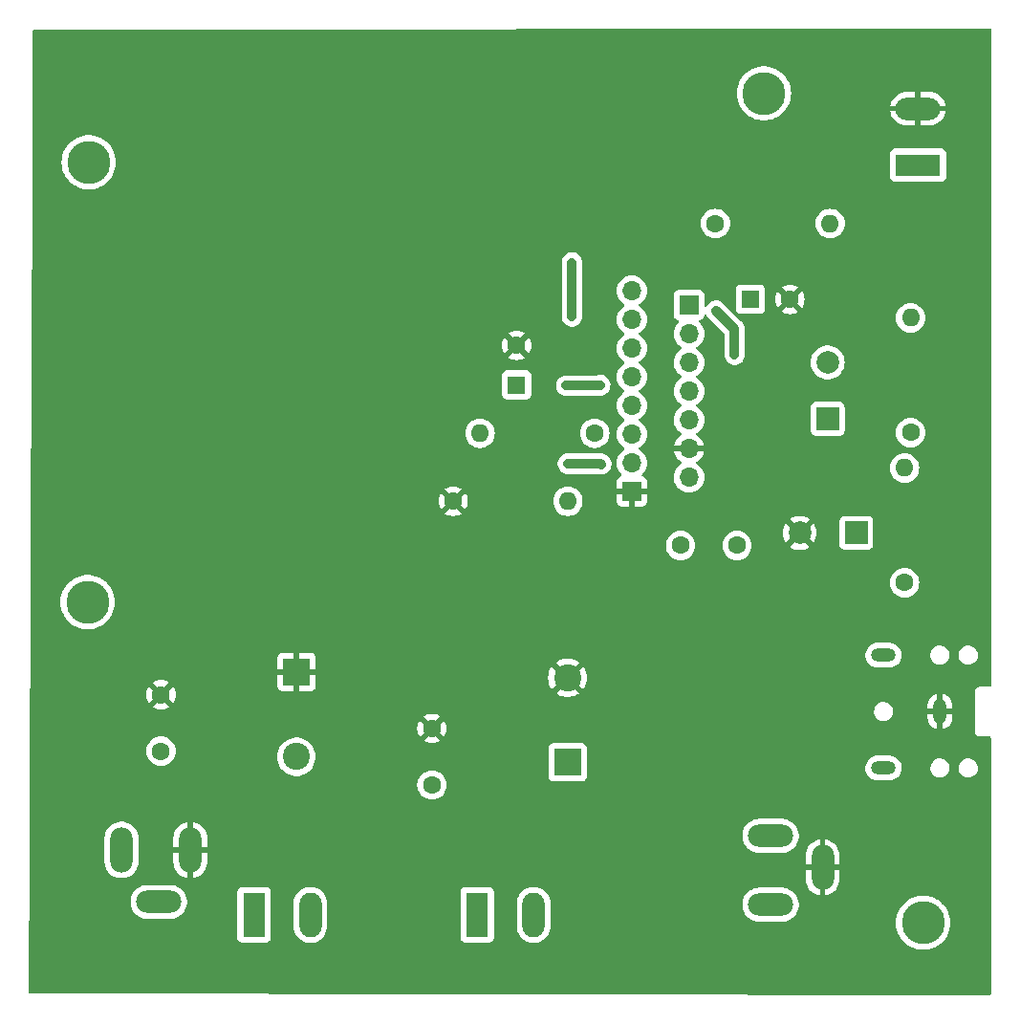
<source format=gbr>
%TF.GenerationSoftware,KiCad,Pcbnew,7.0.1-0*%
%TF.CreationDate,2023-05-21T16:13:56-06:00*%
%TF.ProjectId,100W Amplifier IS,31303057-2041-46d7-906c-696669657220,rev?*%
%TF.SameCoordinates,Original*%
%TF.FileFunction,Copper,L2,Bot*%
%TF.FilePolarity,Positive*%
%FSLAX46Y46*%
G04 Gerber Fmt 4.6, Leading zero omitted, Abs format (unit mm)*
G04 Created by KiCad (PCBNEW 7.0.1-0) date 2023-05-21 16:13:56*
%MOMM*%
%LPD*%
G01*
G04 APERTURE LIST*
%TA.AperFunction,ComponentPad*%
%ADD10C,3.800000*%
%TD*%
%TA.AperFunction,ComponentPad*%
%ADD11C,1.600000*%
%TD*%
%TA.AperFunction,ComponentPad*%
%ADD12O,1.600000X1.600000*%
%TD*%
%TA.AperFunction,ComponentPad*%
%ADD13R,2.000000X2.000000*%
%TD*%
%TA.AperFunction,ComponentPad*%
%ADD14C,2.000000*%
%TD*%
%TA.AperFunction,ComponentPad*%
%ADD15R,2.400000X2.400000*%
%TD*%
%TA.AperFunction,ComponentPad*%
%ADD16C,2.400000*%
%TD*%
%TA.AperFunction,ComponentPad*%
%ADD17R,3.960000X1.980000*%
%TD*%
%TA.AperFunction,ComponentPad*%
%ADD18O,3.960000X1.980000*%
%TD*%
%TA.AperFunction,ComponentPad*%
%ADD19R,1.700000X1.700000*%
%TD*%
%TA.AperFunction,ComponentPad*%
%ADD20O,1.700000X1.700000*%
%TD*%
%TA.AperFunction,ComponentPad*%
%ADD21R,1.980000X3.960000*%
%TD*%
%TA.AperFunction,ComponentPad*%
%ADD22O,1.980000X3.960000*%
%TD*%
%TA.AperFunction,ComponentPad*%
%ADD23R,1.600000X1.600000*%
%TD*%
%TA.AperFunction,ComponentPad*%
%ADD24O,2.200000X1.200000*%
%TD*%
%TA.AperFunction,ComponentPad*%
%ADD25O,1.200000X2.200000*%
%TD*%
%TA.AperFunction,ComponentPad*%
%ADD26O,2.000000X4.000000*%
%TD*%
%TA.AperFunction,ComponentPad*%
%ADD27O,4.000000X2.000000*%
%TD*%
%TA.AperFunction,ViaPad*%
%ADD28C,0.800000*%
%TD*%
%TA.AperFunction,Conductor*%
%ADD29C,0.812800*%
%TD*%
G04 APERTURE END LIST*
D10*
%TO.P,REF\u002A\u002A,1*%
%TO.N,N/C*%
X115500000Y-87300000D03*
%TD*%
%TO.P,,1*%
%TO.N,N/C*%
X115500000Y-87300000D03*
%TD*%
%TO.P,REF\u002A\u002A,1*%
%TO.N,N/C*%
X115600000Y-48350000D03*
%TD*%
%TO.P,,1*%
%TO.N,N/C*%
X115600000Y-48350000D03*
%TD*%
%TO.P,REF\u002A\u002A,1*%
%TO.N,N/C*%
X175400000Y-42250000D03*
%TD*%
%TO.P,,1*%
%TO.N,N/C*%
X175400000Y-42250000D03*
%TD*%
%TO.P,REF\u002A\u002A,1*%
%TO.N,N/C*%
X189500000Y-115700000D03*
%TD*%
D11*
%TO.P,R9,1*%
%TO.N,INV_IN*%
X188390000Y-72290000D03*
D12*
%TO.P,R9,2*%
%TO.N,OUTPUT*%
X188390000Y-62130000D03*
%TD*%
D11*
%TO.P,R10,1*%
%TO.N,SGND*%
X147880000Y-78370000D03*
D12*
%TO.P,R10,2*%
%TO.N,NON INV_IN*%
X158040000Y-78370000D03*
%TD*%
D13*
%TO.P,C10,1*%
%TO.N,BOOTSTRAP*%
X181050000Y-71067677D03*
D14*
%TO.P,C10,2*%
%TO.N,OUTPUT*%
X181050000Y-66067677D03*
%TD*%
D15*
%TO.P,C15,1*%
%TO.N,SGND*%
X134000000Y-93500000D03*
D16*
%TO.P,C15,2*%
%TO.N,-Vs(PWR)*%
X134000000Y-101000000D03*
%TD*%
D17*
%TO.P,J6,1,Pin_1*%
%TO.N,OUTPUT*%
X189050000Y-48600000D03*
D18*
%TO.P,J6,2,Pin_2*%
%TO.N,SGND*%
X189050000Y-43600000D03*
%TD*%
D19*
%TO.P,J3,1,Pin_1*%
%TO.N,SGND*%
X163695000Y-77520000D03*
D20*
%TO.P,J3,2,Pin_2*%
%TO.N,NON INV_IN*%
X163695000Y-74980000D03*
%TO.P,J3,3,Pin_3*%
%TO.N,unconnected-(J3-Pin_3-Pad3)*%
X163695000Y-72440000D03*
%TO.P,J3,4,Pin_4*%
%TO.N,+Vs(PWR)*%
X163695000Y-69900000D03*
%TO.P,J3,5,Pin_5*%
%TO.N,STAND-BY*%
X163695000Y-67360000D03*
%TO.P,J3,6,Pin_6*%
%TO.N,unconnected-(J3-Pin_6-Pad6)*%
X163695000Y-64820000D03*
%TO.P,J3,7,Pin_7*%
%TO.N,+Vs(PWR)*%
X163695000Y-62280000D03*
%TO.P,J3,8,Pin_8*%
%TO.N,-Vs(PWR)*%
X163695000Y-59740000D03*
%TD*%
D19*
%TO.P,J2,1,Pin_1*%
%TO.N,OUTPUT*%
X168765000Y-61010000D03*
D20*
%TO.P,J2,2,Pin_2*%
%TO.N,unconnected-(J2-Pin_2-Pad2)*%
X168765000Y-63550000D03*
%TO.P,J2,3,Pin_3*%
%TO.N,MUTE*%
X168765000Y-66090000D03*
%TO.P,J2,4,Pin_4*%
%TO.N,-Vs(PWR)*%
X168765000Y-68630000D03*
%TO.P,J2,5,Pin_5*%
%TO.N,BOOTSTRAP*%
X168765000Y-71170000D03*
%TO.P,J2,6,Pin_6*%
%TO.N,SGND*%
X168765000Y-73710000D03*
%TO.P,J2,7,Pin_7*%
%TO.N,INV_IN*%
X168765000Y-76250000D03*
%TD*%
D11*
%TO.P,C11,1*%
%TO.N,AUDIO IN+*%
X173020000Y-82290000D03*
%TO.P,C11,2*%
%TO.N,NON INV_IN*%
X168020000Y-82290000D03*
%TD*%
D21*
%TO.P,J7,1,Pin_1*%
%TO.N,-36IN*%
X130235000Y-115000000D03*
D22*
%TO.P,J7,2,Pin_2*%
%TO.N,-Vs(PWR)*%
X135235000Y-115000000D03*
%TD*%
D21*
%TO.P,J8,1,Pin_1*%
%TO.N,+Vs(PWR)*%
X150000000Y-115000000D03*
D22*
%TO.P,J8,2,Pin_2*%
%TO.N,+36IN*%
X155000000Y-115000000D03*
%TD*%
D23*
%TO.P,C13,1*%
%TO.N,STAND-BY*%
X153490000Y-68072651D03*
D11*
%TO.P,C13,2*%
%TO.N,SGND*%
X153490000Y-64572651D03*
%TD*%
D13*
%TO.P,C8,1*%
%TO.N,Net-(C8-Pad1)*%
X183570000Y-81180000D03*
D14*
%TO.P,C8,2*%
%TO.N,SGND*%
X178570000Y-81180000D03*
%TD*%
D24*
%TO.P,J1,R*%
%TO.N,N/C*%
X186000000Y-102000000D03*
D25*
%TO.P,J1,S*%
%TO.N,SGND*%
X191000000Y-97000000D03*
D24*
%TO.P,J1,T*%
%TO.N,AUDIO IN+*%
X186000000Y-92000000D03*
%TD*%
D26*
%TO.P,J4,1*%
%TO.N,SGND*%
X124600000Y-109250000D03*
D27*
%TO.P,J4,2*%
%TO.N,-36IN*%
X121800000Y-113850000D03*
D26*
%TO.P,J4,3*%
%TO.N,unconnected-(J4-Pad3)*%
X118500000Y-109250000D03*
%TD*%
D11*
%TO.P,C16,1*%
%TO.N,SGND*%
X146000000Y-98500000D03*
%TO.P,C16,2*%
%TO.N,+Vs(PWR)*%
X146000000Y-103500000D03*
%TD*%
D15*
%TO.P,C14,1*%
%TO.N,+Vs(PWR)*%
X158000000Y-101500000D03*
D16*
%TO.P,C14,2*%
%TO.N,SGND*%
X158000000Y-94000000D03*
%TD*%
D11*
%TO.P,R11,1*%
%TO.N,+Vs(PWR)*%
X171100000Y-53780000D03*
D12*
%TO.P,R11,2*%
%TO.N,MUTE*%
X181260000Y-53780000D03*
%TD*%
D11*
%TO.P,R8,1*%
%TO.N,Net-(C8-Pad1)*%
X187860000Y-85590000D03*
D12*
%TO.P,R8,2*%
%TO.N,INV_IN*%
X187860000Y-75430000D03*
%TD*%
D11*
%TO.P,C17,1*%
%TO.N,-Vs(PWR)*%
X122000000Y-100500000D03*
%TO.P,C17,2*%
%TO.N,SGND*%
X122000000Y-95500000D03*
%TD*%
D27*
%TO.P,J5,1*%
%TO.N,+36IN*%
X176000000Y-108000000D03*
D26*
%TO.P,J5,2*%
%TO.N,SGND*%
X180600000Y-110800000D03*
D27*
%TO.P,J5,3*%
%TO.N,unconnected-(J5-Pad3)*%
X176000000Y-114100000D03*
%TD*%
D11*
%TO.P,R12,1*%
%TO.N,+Vs(PWR)*%
X160420000Y-72350000D03*
D12*
%TO.P,R12,2*%
%TO.N,STAND-BY*%
X150260000Y-72350000D03*
%TD*%
D23*
%TO.P,C12,1*%
%TO.N,MUTE*%
X174200000Y-60500000D03*
D11*
%TO.P,C12,2*%
%TO.N,SGND*%
X177700000Y-60500000D03*
%TD*%
D28*
%TO.N,OUTPUT*%
X171150000Y-61500000D03*
X172800000Y-65400000D03*
%TO.N,NON INV_IN*%
X158050000Y-75050000D03*
X161000000Y-75100000D03*
%TO.N,STAND-BY*%
X157900000Y-68150000D03*
X160900000Y-68100000D03*
%TO.N,+Vs(PWR)*%
X158400000Y-57250000D03*
X158400000Y-62000000D03*
%TD*%
D29*
%TO.N,OUTPUT*%
X172800000Y-63150000D02*
X171150000Y-61500000D01*
X172800000Y-65400000D02*
X172800000Y-63150000D01*
%TO.N,NON INV_IN*%
X160950000Y-75050000D02*
X161000000Y-75100000D01*
X158050000Y-75050000D02*
X160950000Y-75050000D01*
%TO.N,STAND-BY*%
X157900000Y-68150000D02*
X160850000Y-68150000D01*
X160850000Y-68150000D02*
X160900000Y-68100000D01*
%TO.N,+Vs(PWR)*%
X158400000Y-62000000D02*
X158400000Y-57250000D01*
%TD*%
%TA.AperFunction,Conductor*%
%TO.N,SGND*%
G36*
X195487332Y-36517229D02*
G01*
X195532784Y-36562670D01*
X195549383Y-36624761D01*
X195499500Y-90499900D01*
X195499500Y-94675500D01*
X195482887Y-94737500D01*
X195437500Y-94782887D01*
X195375500Y-94799500D01*
X194447273Y-94799500D01*
X194345412Y-94826792D01*
X194254085Y-94879520D01*
X194179520Y-94954085D01*
X194126792Y-95045412D01*
X194099500Y-95147273D01*
X194099500Y-98852727D01*
X194126792Y-98954587D01*
X194179520Y-99045914D01*
X194254085Y-99120479D01*
X194345412Y-99173207D01*
X194447273Y-99200500D01*
X194499901Y-99200500D01*
X194500000Y-99200500D01*
X194500500Y-99200500D01*
X195375500Y-99200500D01*
X195437500Y-99217113D01*
X195482887Y-99262500D01*
X195499500Y-99324500D01*
X195499500Y-121975353D01*
X195482863Y-122037395D01*
X195437416Y-122082789D01*
X195375354Y-122099353D01*
X110424864Y-121999645D01*
X110362779Y-121982899D01*
X110317430Y-121937309D01*
X110301011Y-121875139D01*
X110320877Y-117027869D01*
X128744500Y-117027869D01*
X128750909Y-117087484D01*
X128776056Y-117154907D01*
X128801204Y-117222331D01*
X128887454Y-117337546D01*
X129002669Y-117423796D01*
X129137517Y-117474091D01*
X129197127Y-117480500D01*
X131272872Y-117480499D01*
X131332483Y-117474091D01*
X131467331Y-117423796D01*
X131582546Y-117337546D01*
X131668796Y-117222331D01*
X131719091Y-117087483D01*
X131725500Y-117027873D01*
X131725500Y-116051651D01*
X133744500Y-116051651D01*
X133759789Y-116236164D01*
X133759789Y-116236167D01*
X133759790Y-116236169D01*
X133820428Y-116475623D01*
X133919652Y-116701831D01*
X134054755Y-116908621D01*
X134222052Y-117090355D01*
X134416980Y-117242073D01*
X134634221Y-117359638D01*
X134751035Y-117399740D01*
X134867846Y-117439842D01*
X134867848Y-117439842D01*
X134867850Y-117439843D01*
X135111494Y-117480500D01*
X135358505Y-117480500D01*
X135358506Y-117480500D01*
X135602150Y-117439843D01*
X135835779Y-117359638D01*
X136053020Y-117242073D01*
X136247948Y-117090355D01*
X136305470Y-117027869D01*
X148509500Y-117027869D01*
X148515909Y-117087484D01*
X148541056Y-117154907D01*
X148566204Y-117222331D01*
X148652454Y-117337546D01*
X148767669Y-117423796D01*
X148902517Y-117474091D01*
X148962127Y-117480500D01*
X151037872Y-117480499D01*
X151097483Y-117474091D01*
X151232331Y-117423796D01*
X151347546Y-117337546D01*
X151433796Y-117222331D01*
X151484091Y-117087483D01*
X151490500Y-117027873D01*
X151490500Y-116051651D01*
X153509500Y-116051651D01*
X153524789Y-116236164D01*
X153524789Y-116236167D01*
X153524790Y-116236169D01*
X153585428Y-116475623D01*
X153684652Y-116701831D01*
X153819755Y-116908621D01*
X153987052Y-117090355D01*
X154181980Y-117242073D01*
X154399221Y-117359638D01*
X154516035Y-117399740D01*
X154632846Y-117439842D01*
X154632848Y-117439842D01*
X154632850Y-117439843D01*
X154876494Y-117480500D01*
X155123505Y-117480500D01*
X155123506Y-117480500D01*
X155367150Y-117439843D01*
X155600779Y-117359638D01*
X155818020Y-117242073D01*
X156012948Y-117090355D01*
X156180245Y-116908621D01*
X156315348Y-116701831D01*
X156414572Y-116475623D01*
X156475210Y-116236169D01*
X156490500Y-116051645D01*
X156490500Y-115699999D01*
X187094753Y-115699999D01*
X187113719Y-116001452D01*
X187170319Y-116298163D01*
X187263658Y-116585428D01*
X187392268Y-116858739D01*
X187499602Y-117027869D01*
X187554115Y-117113768D01*
X187660258Y-117242073D01*
X187746650Y-117346503D01*
X187966839Y-117553276D01*
X188211204Y-117730816D01*
X188343550Y-117803574D01*
X188475896Y-117876332D01*
X188616317Y-117931928D01*
X188756737Y-117987525D01*
X188911141Y-118027168D01*
X189049302Y-118062642D01*
X189298314Y-118094100D01*
X189348972Y-118100500D01*
X189348973Y-118100500D01*
X189651027Y-118100500D01*
X189651028Y-118100500D01*
X189694360Y-118095025D01*
X189950698Y-118062642D01*
X190243262Y-117987525D01*
X190524104Y-117876332D01*
X190788795Y-117730816D01*
X190788795Y-117730815D01*
X191033160Y-117553276D01*
X191153954Y-117439842D01*
X191253349Y-117346504D01*
X191445885Y-117113768D01*
X191607733Y-116858736D01*
X191736341Y-116585430D01*
X191829681Y-116298160D01*
X191886280Y-116001457D01*
X191905246Y-115700000D01*
X191886280Y-115398543D01*
X191829681Y-115101840D01*
X191808991Y-115038164D01*
X191771739Y-114923514D01*
X191736341Y-114814570D01*
X191607733Y-114541264D01*
X191607732Y-114541263D01*
X191607731Y-114541260D01*
X191533440Y-114424197D01*
X191445885Y-114286232D01*
X191253349Y-114053496D01*
X191170468Y-113975665D01*
X191033160Y-113846723D01*
X190788795Y-113669183D01*
X190548059Y-113536837D01*
X190524104Y-113523668D01*
X190524103Y-113523667D01*
X190524102Y-113523667D01*
X190243262Y-113412474D01*
X189950700Y-113337358D01*
X189651028Y-113299500D01*
X189651027Y-113299500D01*
X189348973Y-113299500D01*
X189348972Y-113299500D01*
X189049299Y-113337358D01*
X188756737Y-113412474D01*
X188475897Y-113523667D01*
X188211204Y-113669183D01*
X187966839Y-113846723D01*
X187746650Y-114053496D01*
X187554114Y-114286233D01*
X187392268Y-114541260D01*
X187263658Y-114814571D01*
X187170319Y-115101836D01*
X187113719Y-115398547D01*
X187094753Y-115699999D01*
X156490500Y-115699999D01*
X156490500Y-114224335D01*
X173499500Y-114224335D01*
X173540429Y-114469615D01*
X173610426Y-114673509D01*
X173621172Y-114704810D01*
X173680572Y-114814571D01*
X173739529Y-114923514D01*
X173875036Y-115097612D01*
X173892262Y-115119744D01*
X174075215Y-115288164D01*
X174283393Y-115424173D01*
X174511119Y-115524063D01*
X174752179Y-115585108D01*
X174826480Y-115591264D01*
X174937927Y-115600500D01*
X174937933Y-115600500D01*
X177062067Y-115600500D01*
X177062073Y-115600500D01*
X177163387Y-115592104D01*
X177247821Y-115585108D01*
X177488881Y-115524063D01*
X177716607Y-115424173D01*
X177924785Y-115288164D01*
X178107738Y-115119744D01*
X178260474Y-114923509D01*
X178378828Y-114704810D01*
X178459571Y-114469614D01*
X178500500Y-114224335D01*
X178500500Y-113975665D01*
X178459571Y-113730386D01*
X178378828Y-113495190D01*
X178260474Y-113276491D01*
X178260471Y-113276487D01*
X178260470Y-113276485D01*
X178116395Y-113091379D01*
X178107738Y-113080256D01*
X177924785Y-112911836D01*
X177716607Y-112775827D01*
X177716604Y-112775825D01*
X177591523Y-112720960D01*
X177488881Y-112675937D01*
X177247821Y-112614892D01*
X177247819Y-112614891D01*
X177247816Y-112614891D01*
X177062073Y-112599500D01*
X177062067Y-112599500D01*
X174937933Y-112599500D01*
X174937927Y-112599500D01*
X174752183Y-112614891D01*
X174752179Y-112614891D01*
X174752179Y-112614892D01*
X174511119Y-112675937D01*
X174511116Y-112675938D01*
X174511117Y-112675938D01*
X174283395Y-112775825D01*
X174200078Y-112830259D01*
X174075215Y-112911836D01*
X173914209Y-113060053D01*
X173892259Y-113080259D01*
X173739529Y-113276485D01*
X173621170Y-113495194D01*
X173540429Y-113730384D01*
X173499500Y-113975665D01*
X173499500Y-114224335D01*
X156490500Y-114224335D01*
X156490500Y-113948355D01*
X156475210Y-113763831D01*
X156414572Y-113524377D01*
X156315348Y-113298169D01*
X156180245Y-113091379D01*
X156012948Y-112909645D01*
X155818020Y-112757927D01*
X155600779Y-112640362D01*
X155600775Y-112640360D01*
X155600774Y-112640360D01*
X155367153Y-112560157D01*
X155161913Y-112525909D01*
X155123506Y-112519500D01*
X154876494Y-112519500D01*
X154838087Y-112525909D01*
X154632846Y-112560157D01*
X154399225Y-112640360D01*
X154399221Y-112640361D01*
X154399221Y-112640362D01*
X154254393Y-112718738D01*
X154181978Y-112757928D01*
X153987051Y-112909645D01*
X153879488Y-113026491D01*
X153819755Y-113091379D01*
X153698819Y-113276485D01*
X153684651Y-113298171D01*
X153585428Y-113524375D01*
X153524789Y-113763835D01*
X153509500Y-113948349D01*
X153509500Y-116051651D01*
X151490500Y-116051651D01*
X151490499Y-112972128D01*
X151484091Y-112912517D01*
X151433796Y-112777669D01*
X151347546Y-112662454D01*
X151232331Y-112576204D01*
X151097483Y-112525909D01*
X151037873Y-112519500D01*
X151037869Y-112519500D01*
X148962130Y-112519500D01*
X148902515Y-112525909D01*
X148767669Y-112576204D01*
X148652454Y-112662454D01*
X148566204Y-112777668D01*
X148515909Y-112912516D01*
X148509500Y-112972130D01*
X148509500Y-117027869D01*
X136305470Y-117027869D01*
X136415245Y-116908621D01*
X136550348Y-116701831D01*
X136649572Y-116475623D01*
X136710210Y-116236169D01*
X136725500Y-116051645D01*
X136725500Y-113948355D01*
X136710210Y-113763831D01*
X136649572Y-113524377D01*
X136550348Y-113298169D01*
X136415245Y-113091379D01*
X136247948Y-112909645D01*
X136053020Y-112757927D01*
X135835779Y-112640362D01*
X135835775Y-112640360D01*
X135835774Y-112640360D01*
X135602153Y-112560157D01*
X135396913Y-112525909D01*
X135358506Y-112519500D01*
X135111494Y-112519500D01*
X135073087Y-112525909D01*
X134867846Y-112560157D01*
X134634225Y-112640360D01*
X134634221Y-112640361D01*
X134634221Y-112640362D01*
X134489393Y-112718738D01*
X134416978Y-112757928D01*
X134222051Y-112909645D01*
X134114488Y-113026491D01*
X134054755Y-113091379D01*
X133933819Y-113276485D01*
X133919651Y-113298171D01*
X133820428Y-113524375D01*
X133759789Y-113763835D01*
X133744500Y-113948349D01*
X133744500Y-116051651D01*
X131725500Y-116051651D01*
X131725499Y-112972128D01*
X131719091Y-112912517D01*
X131668796Y-112777669D01*
X131582546Y-112662454D01*
X131467331Y-112576204D01*
X131332483Y-112525909D01*
X131272873Y-112519500D01*
X131272869Y-112519500D01*
X129197130Y-112519500D01*
X129137515Y-112525909D01*
X129002669Y-112576204D01*
X128887454Y-112662454D01*
X128801204Y-112777668D01*
X128750909Y-112912516D01*
X128744500Y-112972130D01*
X128744500Y-117027869D01*
X110320877Y-117027869D01*
X110333391Y-113974335D01*
X119299500Y-113974335D01*
X119340429Y-114219615D01*
X119363299Y-114286232D01*
X119421172Y-114454810D01*
X119467959Y-114541264D01*
X119539529Y-114673514D01*
X119649318Y-114814570D01*
X119692262Y-114869744D01*
X119875215Y-115038164D01*
X120083393Y-115174173D01*
X120311119Y-115274063D01*
X120552179Y-115335108D01*
X120626480Y-115341264D01*
X120737927Y-115350500D01*
X120737933Y-115350500D01*
X122862067Y-115350500D01*
X122862073Y-115350500D01*
X122963387Y-115342104D01*
X123047821Y-115335108D01*
X123288881Y-115274063D01*
X123516607Y-115174173D01*
X123724785Y-115038164D01*
X123907738Y-114869744D01*
X124060474Y-114673509D01*
X124178828Y-114454810D01*
X124259571Y-114219614D01*
X124300500Y-113974335D01*
X124300500Y-113725665D01*
X124259571Y-113480386D01*
X124178828Y-113245190D01*
X124060474Y-113026491D01*
X124060471Y-113026487D01*
X124060470Y-113026485D01*
X123907740Y-112830259D01*
X123907738Y-112830256D01*
X123724785Y-112661836D01*
X123516607Y-112525827D01*
X123516604Y-112525825D01*
X123391523Y-112470960D01*
X123288881Y-112425937D01*
X123047821Y-112364892D01*
X123047819Y-112364891D01*
X123047816Y-112364891D01*
X122862073Y-112349500D01*
X122862067Y-112349500D01*
X120737933Y-112349500D01*
X120737927Y-112349500D01*
X120552183Y-112364891D01*
X120552179Y-112364891D01*
X120552179Y-112364892D01*
X120311119Y-112425937D01*
X120311116Y-112425938D01*
X120311117Y-112425938D01*
X120083395Y-112525825D01*
X119947070Y-112614891D01*
X119875215Y-112661836D01*
X119875213Y-112661837D01*
X119875214Y-112661837D01*
X119692259Y-112830259D01*
X119539529Y-113026485D01*
X119421170Y-113245194D01*
X119340429Y-113480384D01*
X119299500Y-113725665D01*
X119299500Y-113974335D01*
X110333391Y-113974335D01*
X110348400Y-110312073D01*
X116999500Y-110312073D01*
X117014891Y-110497816D01*
X117014891Y-110497819D01*
X117014892Y-110497821D01*
X117075937Y-110738881D01*
X117120960Y-110841523D01*
X117175825Y-110966604D01*
X117175827Y-110966607D01*
X117311836Y-111174785D01*
X117480256Y-111357738D01*
X117480259Y-111357740D01*
X117676485Y-111510470D01*
X117676487Y-111510471D01*
X117676491Y-111510474D01*
X117895190Y-111628828D01*
X118130386Y-111709571D01*
X118375665Y-111750500D01*
X118624335Y-111750500D01*
X118869614Y-111709571D01*
X119104810Y-111628828D01*
X119323509Y-111510474D01*
X119519744Y-111357738D01*
X119688164Y-111174785D01*
X119824173Y-110966607D01*
X119924063Y-110738881D01*
X119985108Y-110497821D01*
X120000500Y-110312067D01*
X120000500Y-109500000D01*
X123100000Y-109500000D01*
X123100000Y-110312049D01*
X123115386Y-110497732D01*
X123176413Y-110738721D01*
X123276266Y-110966365D01*
X123412233Y-111174477D01*
X123580596Y-111357368D01*
X123776766Y-111510053D01*
X123995393Y-111628368D01*
X124230508Y-111709083D01*
X124349999Y-111729023D01*
X124350000Y-111729023D01*
X124350000Y-109500000D01*
X124850000Y-109500000D01*
X124850000Y-111729023D01*
X124969491Y-111709083D01*
X125204606Y-111628368D01*
X125423233Y-111510053D01*
X125619403Y-111357368D01*
X125787766Y-111174477D01*
X125869091Y-111050000D01*
X179100000Y-111050000D01*
X179100000Y-111862049D01*
X179115386Y-112047732D01*
X179176413Y-112288721D01*
X179276266Y-112516365D01*
X179412233Y-112724477D01*
X179580596Y-112907368D01*
X179776766Y-113060053D01*
X179995393Y-113178368D01*
X180230508Y-113259083D01*
X180349999Y-113279023D01*
X180350000Y-113279023D01*
X180350000Y-111050000D01*
X180850000Y-111050000D01*
X180850000Y-113279023D01*
X180969491Y-113259083D01*
X181204606Y-113178368D01*
X181423233Y-113060053D01*
X181619403Y-112907368D01*
X181787766Y-112724477D01*
X181923733Y-112516365D01*
X182023586Y-112288721D01*
X182084613Y-112047732D01*
X182100000Y-111862049D01*
X182100000Y-111050000D01*
X180850000Y-111050000D01*
X180350000Y-111050000D01*
X179100000Y-111050000D01*
X125869091Y-111050000D01*
X125923733Y-110966365D01*
X126023586Y-110738721D01*
X126071377Y-110550000D01*
X179100000Y-110550000D01*
X180350000Y-110550000D01*
X180350000Y-108320978D01*
X180349999Y-108320976D01*
X180850000Y-108320976D01*
X180850000Y-110550000D01*
X182100000Y-110550000D01*
X182100000Y-109737951D01*
X182084613Y-109552267D01*
X182023586Y-109311278D01*
X181923733Y-109083634D01*
X181787766Y-108875522D01*
X181619403Y-108692631D01*
X181423233Y-108539946D01*
X181204606Y-108421631D01*
X180969491Y-108340916D01*
X180850000Y-108320976D01*
X180349999Y-108320976D01*
X180230508Y-108340916D01*
X179995393Y-108421631D01*
X179776766Y-108539946D01*
X179580596Y-108692631D01*
X179412233Y-108875522D01*
X179276266Y-109083634D01*
X179176413Y-109311278D01*
X179115386Y-109552267D01*
X179100000Y-109737951D01*
X179100000Y-110550000D01*
X126071377Y-110550000D01*
X126084613Y-110497732D01*
X126100000Y-110312049D01*
X126100000Y-109500000D01*
X124850000Y-109500000D01*
X124350000Y-109500000D01*
X123100000Y-109500000D01*
X120000500Y-109500000D01*
X120000500Y-109000000D01*
X123100000Y-109000000D01*
X124350000Y-109000000D01*
X124350000Y-106770978D01*
X124349999Y-106770976D01*
X124850000Y-106770976D01*
X124850000Y-109000000D01*
X126100000Y-109000000D01*
X126100000Y-108187951D01*
X126094728Y-108124335D01*
X173499500Y-108124335D01*
X173540429Y-108369614D01*
X173621172Y-108604810D01*
X173739526Y-108823509D01*
X173739529Y-108823514D01*
X173780009Y-108875522D01*
X173892262Y-109019744D01*
X174075215Y-109188164D01*
X174283393Y-109324173D01*
X174511119Y-109424063D01*
X174752179Y-109485108D01*
X174826480Y-109491264D01*
X174937927Y-109500500D01*
X174937933Y-109500500D01*
X177062067Y-109500500D01*
X177062073Y-109500500D01*
X177163387Y-109492104D01*
X177247821Y-109485108D01*
X177488881Y-109424063D01*
X177716607Y-109324173D01*
X177924785Y-109188164D01*
X178107738Y-109019744D01*
X178260474Y-108823509D01*
X178378828Y-108604810D01*
X178459571Y-108369614D01*
X178500500Y-108124335D01*
X178500500Y-107875665D01*
X178459571Y-107630386D01*
X178378828Y-107395190D01*
X178260474Y-107176491D01*
X178260471Y-107176487D01*
X178260470Y-107176485D01*
X178107740Y-106980259D01*
X178107738Y-106980256D01*
X177924785Y-106811836D01*
X177716607Y-106675827D01*
X177716604Y-106675825D01*
X177591523Y-106620960D01*
X177488881Y-106575937D01*
X177247821Y-106514892D01*
X177247819Y-106514891D01*
X177247816Y-106514891D01*
X177062073Y-106499500D01*
X177062067Y-106499500D01*
X174937933Y-106499500D01*
X174937927Y-106499500D01*
X174752183Y-106514891D01*
X174752179Y-106514891D01*
X174752179Y-106514892D01*
X174511119Y-106575937D01*
X174511116Y-106575938D01*
X174511117Y-106575938D01*
X174283395Y-106675825D01*
X174144607Y-106766499D01*
X174075215Y-106811836D01*
X174075213Y-106811837D01*
X174075214Y-106811837D01*
X173892259Y-106980259D01*
X173739529Y-107176485D01*
X173621170Y-107395194D01*
X173540429Y-107630384D01*
X173540429Y-107630386D01*
X173499500Y-107875665D01*
X173499500Y-108124335D01*
X126094728Y-108124335D01*
X126084613Y-108002267D01*
X126023586Y-107761278D01*
X125923733Y-107533634D01*
X125787766Y-107325522D01*
X125619403Y-107142631D01*
X125423233Y-106989946D01*
X125204606Y-106871631D01*
X124969491Y-106790916D01*
X124850000Y-106770976D01*
X124349999Y-106770976D01*
X124230508Y-106790916D01*
X123995393Y-106871631D01*
X123776766Y-106989946D01*
X123580596Y-107142631D01*
X123412233Y-107325522D01*
X123276266Y-107533634D01*
X123176413Y-107761278D01*
X123115386Y-108002267D01*
X123100000Y-108187951D01*
X123100000Y-109000000D01*
X120000500Y-109000000D01*
X120000500Y-108187933D01*
X119985108Y-108002179D01*
X119924063Y-107761119D01*
X119824173Y-107533393D01*
X119688164Y-107325215D01*
X119519744Y-107142262D01*
X119497612Y-107125036D01*
X119323514Y-106989529D01*
X119323510Y-106989526D01*
X119323509Y-106989526D01*
X119104810Y-106871172D01*
X119104806Y-106871170D01*
X119104805Y-106871170D01*
X118869615Y-106790429D01*
X118624335Y-106749500D01*
X118375665Y-106749500D01*
X118130384Y-106790429D01*
X117895194Y-106871170D01*
X117676485Y-106989529D01*
X117480259Y-107142259D01*
X117480256Y-107142261D01*
X117480256Y-107142262D01*
X117311836Y-107325215D01*
X117266499Y-107394607D01*
X117175825Y-107533395D01*
X117075938Y-107761117D01*
X117014891Y-108002183D01*
X116999500Y-108187927D01*
X116999500Y-110312073D01*
X110348400Y-110312073D01*
X110376319Y-103500000D01*
X144694531Y-103500000D01*
X144714364Y-103726689D01*
X144773261Y-103946497D01*
X144869432Y-104152735D01*
X144999953Y-104339140D01*
X145160859Y-104500046D01*
X145347264Y-104630567D01*
X145347265Y-104630567D01*
X145347266Y-104630568D01*
X145553504Y-104726739D01*
X145773308Y-104785635D01*
X146000000Y-104805468D01*
X146226692Y-104785635D01*
X146446496Y-104726739D01*
X146652734Y-104630568D01*
X146839139Y-104500047D01*
X147000047Y-104339139D01*
X147130568Y-104152734D01*
X147226739Y-103946496D01*
X147285635Y-103726692D01*
X147305468Y-103500000D01*
X147285635Y-103273308D01*
X147226739Y-103053504D01*
X147130568Y-102847266D01*
X147122339Y-102835514D01*
X147060970Y-102747869D01*
X156299500Y-102747869D01*
X156305909Y-102807484D01*
X156316364Y-102835514D01*
X156356204Y-102942331D01*
X156442454Y-103057546D01*
X156557669Y-103143796D01*
X156692517Y-103194091D01*
X156752127Y-103200500D01*
X159247872Y-103200499D01*
X159307483Y-103194091D01*
X159442331Y-103143796D01*
X159557546Y-103057546D01*
X159643796Y-102942331D01*
X159694091Y-102807483D01*
X159700500Y-102747873D01*
X159700500Y-101947398D01*
X184395746Y-101947398D01*
X184400458Y-102046314D01*
X184405746Y-102157330D01*
X184455297Y-102361580D01*
X184542602Y-102552752D01*
X184633978Y-102681070D01*
X184664514Y-102723952D01*
X184816622Y-102868986D01*
X184888964Y-102915478D01*
X184993425Y-102982612D01*
X185032580Y-102998287D01*
X185188543Y-103060725D01*
X185317228Y-103085527D01*
X185394914Y-103100500D01*
X185394915Y-103100500D01*
X186552420Y-103100500D01*
X186552425Y-103100500D01*
X186709218Y-103085528D01*
X186910875Y-103026316D01*
X187097682Y-102930011D01*
X187262886Y-102800092D01*
X187400519Y-102641256D01*
X187505604Y-102459244D01*
X187574344Y-102260633D01*
X187604254Y-102052602D01*
X187599542Y-101953685D01*
X190145740Y-101953685D01*
X190155754Y-102138407D01*
X190205245Y-102316658D01*
X190291899Y-102480103D01*
X190411663Y-102621100D01*
X190558936Y-102733055D01*
X190726830Y-102810731D01*
X190726831Y-102810731D01*
X190726833Y-102810732D01*
X190907503Y-102850500D01*
X191046113Y-102850500D01*
X191046115Y-102850500D01*
X191115011Y-102843007D01*
X191183910Y-102835514D01*
X191359221Y-102776444D01*
X191517736Y-102681070D01*
X191652041Y-102553849D01*
X191755858Y-102400730D01*
X191824331Y-102228875D01*
X191854260Y-102046317D01*
X191849238Y-101953685D01*
X192645740Y-101953685D01*
X192655754Y-102138407D01*
X192705245Y-102316658D01*
X192791899Y-102480103D01*
X192911663Y-102621100D01*
X193058936Y-102733055D01*
X193226830Y-102810731D01*
X193226831Y-102810731D01*
X193226833Y-102810732D01*
X193407503Y-102850500D01*
X193546113Y-102850500D01*
X193546115Y-102850500D01*
X193615011Y-102843007D01*
X193683910Y-102835514D01*
X193859221Y-102776444D01*
X194017736Y-102681070D01*
X194152041Y-102553849D01*
X194255858Y-102400730D01*
X194324331Y-102228875D01*
X194354260Y-102046317D01*
X194344245Y-101861593D01*
X194294754Y-101683341D01*
X194208100Y-101519896D01*
X194088337Y-101378900D01*
X194061824Y-101358745D01*
X193941063Y-101266944D01*
X193773169Y-101189268D01*
X193592497Y-101149500D01*
X193453887Y-101149500D01*
X193453885Y-101149500D01*
X193316091Y-101164485D01*
X193140779Y-101223556D01*
X192982262Y-101318931D01*
X192847960Y-101446149D01*
X192744140Y-101599272D01*
X192675669Y-101771121D01*
X192660837Y-101861593D01*
X192646771Y-101947398D01*
X192645740Y-101953685D01*
X191849238Y-101953685D01*
X191844245Y-101861593D01*
X191794754Y-101683341D01*
X191708100Y-101519896D01*
X191588337Y-101378900D01*
X191561824Y-101358745D01*
X191441063Y-101266944D01*
X191273169Y-101189268D01*
X191092497Y-101149500D01*
X190953887Y-101149500D01*
X190953885Y-101149500D01*
X190816091Y-101164485D01*
X190640779Y-101223556D01*
X190482262Y-101318931D01*
X190347960Y-101446149D01*
X190244140Y-101599272D01*
X190175669Y-101771121D01*
X190160837Y-101861593D01*
X190146771Y-101947398D01*
X190145740Y-101953685D01*
X187599542Y-101953685D01*
X187594254Y-101842670D01*
X187544704Y-101638424D01*
X187544702Y-101638419D01*
X187457397Y-101447247D01*
X187335487Y-101276050D01*
X187335486Y-101276048D01*
X187183378Y-101131014D01*
X187151257Y-101110371D01*
X187006574Y-101017387D01*
X186850609Y-100954949D01*
X186811457Y-100939275D01*
X186811456Y-100939274D01*
X186811454Y-100939274D01*
X186605086Y-100899500D01*
X186605085Y-100899500D01*
X185447575Y-100899500D01*
X185349579Y-100908857D01*
X185290779Y-100914472D01*
X185089126Y-100973683D01*
X184902315Y-101069990D01*
X184737115Y-101199906D01*
X184599479Y-101358745D01*
X184494396Y-101540754D01*
X184425655Y-101739366D01*
X184395746Y-101947396D01*
X184395746Y-101947398D01*
X159700500Y-101947398D01*
X159700499Y-100252128D01*
X159694091Y-100192517D01*
X159643796Y-100057669D01*
X159557546Y-99942454D01*
X159442331Y-99856204D01*
X159307483Y-99805909D01*
X159247873Y-99799500D01*
X159247869Y-99799500D01*
X156752130Y-99799500D01*
X156692515Y-99805909D01*
X156557669Y-99856204D01*
X156442454Y-99942454D01*
X156356204Y-100057668D01*
X156305909Y-100192516D01*
X156299500Y-100252130D01*
X156299500Y-102747869D01*
X147060970Y-102747869D01*
X147000046Y-102660859D01*
X146839140Y-102499953D01*
X146652735Y-102369432D01*
X146446497Y-102273261D01*
X146226689Y-102214364D01*
X146000000Y-102194531D01*
X145773310Y-102214364D01*
X145553502Y-102273261D01*
X145347264Y-102369432D01*
X145160859Y-102499953D01*
X144999953Y-102660859D01*
X144869432Y-102847264D01*
X144773261Y-103053502D01*
X144714364Y-103273310D01*
X144694531Y-103500000D01*
X110376319Y-103500000D01*
X110388614Y-100500000D01*
X120694531Y-100500000D01*
X120714364Y-100726689D01*
X120773261Y-100946497D01*
X120869432Y-101152735D01*
X120999953Y-101339140D01*
X121160859Y-101500046D01*
X121347264Y-101630567D01*
X121347265Y-101630567D01*
X121347266Y-101630568D01*
X121553504Y-101726739D01*
X121773308Y-101785635D01*
X122000000Y-101805468D01*
X122226692Y-101785635D01*
X122446496Y-101726739D01*
X122652734Y-101630568D01*
X122839139Y-101500047D01*
X123000047Y-101339139D01*
X123130568Y-101152734D01*
X123201790Y-101000000D01*
X132294731Y-101000000D01*
X132313777Y-101254154D01*
X132370492Y-101502637D01*
X132463608Y-101739891D01*
X132587042Y-101953685D01*
X132591041Y-101960612D01*
X132749950Y-102159877D01*
X132936783Y-102333232D01*
X133147366Y-102476805D01*
X133376996Y-102587389D01*
X133620542Y-102662513D01*
X133872565Y-102700500D01*
X134127435Y-102700500D01*
X134379458Y-102662513D01*
X134623004Y-102587389D01*
X134852634Y-102476805D01*
X135063217Y-102333232D01*
X135250050Y-102159877D01*
X135408959Y-101960612D01*
X135536393Y-101739888D01*
X135629508Y-101502637D01*
X135686222Y-101254157D01*
X135705268Y-101000000D01*
X135686222Y-100745843D01*
X135629508Y-100497363D01*
X135536393Y-100260112D01*
X135531783Y-100252128D01*
X135417109Y-100053504D01*
X135408959Y-100039388D01*
X135250050Y-99840123D01*
X135063217Y-99666768D01*
X134934523Y-99579026D01*
X145274526Y-99579026D01*
X145347515Y-99630133D01*
X145553673Y-99726266D01*
X145773397Y-99785141D01*
X146000000Y-99804966D01*
X146226602Y-99785141D01*
X146446326Y-99726266D01*
X146652480Y-99630134D01*
X146725472Y-99579025D01*
X146000001Y-98853553D01*
X146000000Y-98853553D01*
X145274526Y-99579025D01*
X145274526Y-99579026D01*
X134934523Y-99579026D01*
X134852634Y-99523195D01*
X134623004Y-99412611D01*
X134379458Y-99337487D01*
X134127435Y-99299500D01*
X133872565Y-99299500D01*
X133620542Y-99337487D01*
X133376996Y-99412611D01*
X133195629Y-99499953D01*
X133147366Y-99523195D01*
X133065477Y-99579026D01*
X132936781Y-99666769D01*
X132749950Y-99840123D01*
X132591038Y-100039392D01*
X132463608Y-100260108D01*
X132370492Y-100497362D01*
X132313777Y-100745845D01*
X132294731Y-101000000D01*
X123201790Y-101000000D01*
X123226739Y-100946496D01*
X123285635Y-100726692D01*
X123305468Y-100500000D01*
X123285635Y-100273308D01*
X123226739Y-100053504D01*
X123130568Y-99847266D01*
X123125566Y-99840123D01*
X123000046Y-99660859D01*
X122839140Y-99499953D01*
X122652735Y-99369432D01*
X122446497Y-99273261D01*
X122226689Y-99214364D01*
X122000000Y-99194531D01*
X121773310Y-99214364D01*
X121553502Y-99273261D01*
X121347264Y-99369432D01*
X121160859Y-99499953D01*
X120999953Y-99660859D01*
X120869432Y-99847264D01*
X120773261Y-100053502D01*
X120714364Y-100273310D01*
X120694531Y-100500000D01*
X110388614Y-100500000D01*
X110396811Y-98499999D01*
X144695033Y-98499999D01*
X144714858Y-98726602D01*
X144773733Y-98946326D01*
X144869866Y-99152484D01*
X144920972Y-99225471D01*
X144920974Y-99225472D01*
X145646446Y-98500001D01*
X146353553Y-98500001D01*
X147079025Y-99225472D01*
X147130134Y-99152480D01*
X147226266Y-98946326D01*
X147285141Y-98726602D01*
X147304966Y-98499999D01*
X147285141Y-98273397D01*
X147226266Y-98053673D01*
X147130133Y-97847515D01*
X147079025Y-97774526D01*
X146353553Y-98500000D01*
X146353553Y-98500001D01*
X145646446Y-98500001D01*
X145646446Y-98500000D01*
X144920973Y-97774526D01*
X144920973Y-97774527D01*
X144869865Y-97847516D01*
X144773733Y-98053672D01*
X144714858Y-98273397D01*
X144695033Y-98499999D01*
X110396811Y-98499999D01*
X110401233Y-97420973D01*
X145274526Y-97420973D01*
X146000000Y-98146446D01*
X146000001Y-98146446D01*
X146725472Y-97420974D01*
X146725471Y-97420972D01*
X146652484Y-97369866D01*
X146446326Y-97273733D01*
X146226602Y-97214858D01*
X146000000Y-97195033D01*
X145773397Y-97214858D01*
X145553672Y-97273733D01*
X145347516Y-97369865D01*
X145274527Y-97420973D01*
X145274526Y-97420973D01*
X110401233Y-97420973D01*
X110403148Y-96953685D01*
X185145740Y-96953685D01*
X185155754Y-97138407D01*
X185205245Y-97316658D01*
X185291899Y-97480103D01*
X185411663Y-97621100D01*
X185558936Y-97733055D01*
X185726830Y-97810731D01*
X185726831Y-97810731D01*
X185726833Y-97810732D01*
X185907503Y-97850500D01*
X186046113Y-97850500D01*
X186046115Y-97850500D01*
X186115011Y-97843006D01*
X186183910Y-97835514D01*
X186359221Y-97776444D01*
X186517736Y-97681070D01*
X186652041Y-97553849D01*
X186755858Y-97400730D01*
X186815914Y-97250000D01*
X189900000Y-97250000D01*
X189900000Y-97552399D01*
X189914965Y-97709125D01*
X189974149Y-97910687D01*
X190070412Y-98097412D01*
X190200269Y-98262538D01*
X190359036Y-98400111D01*
X190540963Y-98505146D01*
X190739488Y-98573856D01*
X190750000Y-98575368D01*
X190750000Y-97250000D01*
X191250000Y-97250000D01*
X191250000Y-98571257D01*
X191361410Y-98544229D01*
X191552505Y-98456960D01*
X191723621Y-98335107D01*
X191868592Y-98183066D01*
X191982166Y-98006344D01*
X192060244Y-97811314D01*
X192100000Y-97605038D01*
X192100000Y-97250000D01*
X191250000Y-97250000D01*
X190750000Y-97250000D01*
X189900000Y-97250000D01*
X186815914Y-97250000D01*
X186824331Y-97228875D01*
X186854260Y-97046317D01*
X186844245Y-96861593D01*
X186823018Y-96785141D01*
X186813261Y-96750000D01*
X189900000Y-96750000D01*
X190750000Y-96750000D01*
X190750000Y-95428742D01*
X190638589Y-95455770D01*
X190447494Y-95543039D01*
X190276378Y-95664892D01*
X190131407Y-95816933D01*
X190017833Y-95993655D01*
X189939755Y-96188685D01*
X189900000Y-96394962D01*
X189900000Y-96750000D01*
X186813261Y-96750000D01*
X186794754Y-96683341D01*
X186708100Y-96519896D01*
X186588336Y-96378899D01*
X186441063Y-96266944D01*
X186273169Y-96189268D01*
X186092497Y-96149500D01*
X185953887Y-96149500D01*
X185953885Y-96149500D01*
X185816091Y-96164485D01*
X185640779Y-96223556D01*
X185482262Y-96318931D01*
X185347960Y-96446149D01*
X185244140Y-96599272D01*
X185175669Y-96771121D01*
X185145740Y-96953685D01*
X110403148Y-96953685D01*
X110404684Y-96579026D01*
X121274526Y-96579026D01*
X121347515Y-96630133D01*
X121553673Y-96726266D01*
X121773397Y-96785141D01*
X122000000Y-96804966D01*
X122226602Y-96785141D01*
X122446326Y-96726266D01*
X122652480Y-96630134D01*
X122725472Y-96579025D01*
X122000001Y-95853553D01*
X122000000Y-95853553D01*
X121274526Y-96579025D01*
X121274526Y-96579026D01*
X110404684Y-96579026D01*
X110409106Y-95499999D01*
X120695033Y-95499999D01*
X120714858Y-95726602D01*
X120773733Y-95946326D01*
X120869866Y-96152484D01*
X120920972Y-96225471D01*
X120920974Y-96225472D01*
X121646446Y-95500001D01*
X122353553Y-95500001D01*
X123079025Y-96225472D01*
X123130134Y-96152480D01*
X123226266Y-95946326D01*
X123285141Y-95726602D01*
X123304966Y-95499999D01*
X123293307Y-95366737D01*
X156986813Y-95366737D01*
X157147619Y-95476372D01*
X157377179Y-95586922D01*
X157620654Y-95662025D01*
X157872603Y-95700000D01*
X158127397Y-95700000D01*
X158379345Y-95662025D01*
X158622823Y-95586921D01*
X158852383Y-95476372D01*
X158928272Y-95424631D01*
X191250000Y-95424631D01*
X191250000Y-96750000D01*
X192100000Y-96750000D01*
X192100000Y-96447601D01*
X192085034Y-96290874D01*
X192025850Y-96089312D01*
X191929587Y-95902587D01*
X191799730Y-95737461D01*
X191640963Y-95599888D01*
X191459036Y-95494853D01*
X191260511Y-95426143D01*
X191250000Y-95424631D01*
X158928272Y-95424631D01*
X159013185Y-95366737D01*
X158000000Y-94353553D01*
X156986813Y-95366737D01*
X123293307Y-95366737D01*
X123285141Y-95273397D01*
X123226266Y-95053673D01*
X123130133Y-94847515D01*
X123079025Y-94774526D01*
X122353553Y-95500000D01*
X122353553Y-95500001D01*
X121646446Y-95500001D01*
X121646446Y-95500000D01*
X120920973Y-94774526D01*
X120920973Y-94774527D01*
X120869865Y-94847516D01*
X120773733Y-95053672D01*
X120714858Y-95273397D01*
X120695033Y-95499999D01*
X110409106Y-95499999D01*
X110413528Y-94420973D01*
X121274526Y-94420973D01*
X122000000Y-95146446D01*
X122000001Y-95146446D01*
X122725472Y-94420974D01*
X122725471Y-94420972D01*
X122652484Y-94369866D01*
X122446326Y-94273733D01*
X122226602Y-94214858D01*
X122000000Y-94195033D01*
X121773397Y-94214858D01*
X121553672Y-94273733D01*
X121347516Y-94369865D01*
X121274527Y-94420973D01*
X121274526Y-94420973D01*
X110413528Y-94420973D01*
X110416278Y-93750000D01*
X132300000Y-93750000D01*
X132300000Y-94747824D01*
X132306402Y-94807375D01*
X132356647Y-94942089D01*
X132442811Y-95057188D01*
X132557910Y-95143352D01*
X132692624Y-95193597D01*
X132752176Y-95200000D01*
X133750000Y-95200000D01*
X133750000Y-93750000D01*
X134250000Y-93750000D01*
X134250000Y-95200000D01*
X135247824Y-95200000D01*
X135307375Y-95193597D01*
X135442089Y-95143352D01*
X135557188Y-95057188D01*
X135643352Y-94942089D01*
X135693597Y-94807375D01*
X135700000Y-94747824D01*
X135700000Y-94000000D01*
X156295232Y-94000000D01*
X156314273Y-94254080D01*
X156370971Y-94502491D01*
X156464057Y-94739668D01*
X156591456Y-94960331D01*
X156633452Y-95012993D01*
X156633453Y-95012993D01*
X157646447Y-94000001D01*
X158353553Y-94000001D01*
X159366545Y-95012993D01*
X159366546Y-95012992D01*
X159408545Y-94960328D01*
X159535942Y-94739669D01*
X159629028Y-94502491D01*
X159685726Y-94254080D01*
X159704767Y-94000000D01*
X159685726Y-93745919D01*
X159629028Y-93497508D01*
X159535942Y-93260330D01*
X159408545Y-93039671D01*
X159366546Y-92987005D01*
X158353553Y-94000000D01*
X158353553Y-94000001D01*
X157646447Y-94000001D01*
X157646447Y-94000000D01*
X156633453Y-92987006D01*
X156591453Y-93039673D01*
X156464057Y-93260331D01*
X156370971Y-93497508D01*
X156314273Y-93745919D01*
X156295232Y-94000000D01*
X135700000Y-94000000D01*
X135700000Y-93750000D01*
X134250000Y-93750000D01*
X133750000Y-93750000D01*
X132300000Y-93750000D01*
X110416278Y-93750000D01*
X110418327Y-93250000D01*
X132300000Y-93250000D01*
X133750000Y-93250000D01*
X133750000Y-91800000D01*
X134250000Y-91800000D01*
X134250000Y-93250000D01*
X135700000Y-93250000D01*
X135700000Y-92633261D01*
X156986813Y-92633261D01*
X158000000Y-93646447D01*
X158000001Y-93646447D01*
X159013185Y-92633261D01*
X158852379Y-92523625D01*
X158622823Y-92413078D01*
X158379345Y-92337974D01*
X158127397Y-92300000D01*
X157872603Y-92300000D01*
X157620654Y-92337974D01*
X157377179Y-92413077D01*
X157147615Y-92523628D01*
X156986813Y-92633261D01*
X135700000Y-92633261D01*
X135700000Y-92252176D01*
X135693597Y-92192624D01*
X135643352Y-92057910D01*
X135560622Y-91947398D01*
X184395746Y-91947398D01*
X184400458Y-92046314D01*
X184405746Y-92157330D01*
X184455297Y-92361580D01*
X184542602Y-92552752D01*
X184633978Y-92681070D01*
X184664514Y-92723952D01*
X184816622Y-92868986D01*
X184888964Y-92915478D01*
X184993425Y-92982612D01*
X185004401Y-92987006D01*
X185188543Y-93060725D01*
X185317228Y-93085527D01*
X185394914Y-93100500D01*
X185394915Y-93100500D01*
X186552420Y-93100500D01*
X186552425Y-93100500D01*
X186709218Y-93085528D01*
X186910875Y-93026316D01*
X187097682Y-92930011D01*
X187262886Y-92800092D01*
X187400519Y-92641256D01*
X187505604Y-92459244D01*
X187574344Y-92260633D01*
X187604254Y-92052602D01*
X187599542Y-91953685D01*
X190145740Y-91953685D01*
X190155754Y-92138407D01*
X190205245Y-92316658D01*
X190291899Y-92480103D01*
X190411663Y-92621100D01*
X190558936Y-92733055D01*
X190726830Y-92810731D01*
X190726831Y-92810731D01*
X190726833Y-92810732D01*
X190907503Y-92850500D01*
X191046113Y-92850500D01*
X191046115Y-92850500D01*
X191115011Y-92843006D01*
X191183910Y-92835514D01*
X191359221Y-92776444D01*
X191517736Y-92681070D01*
X191652041Y-92553849D01*
X191755858Y-92400730D01*
X191824331Y-92228875D01*
X191854260Y-92046317D01*
X191849238Y-91953685D01*
X192645740Y-91953685D01*
X192655754Y-92138407D01*
X192705245Y-92316658D01*
X192791899Y-92480103D01*
X192911663Y-92621100D01*
X193058936Y-92733055D01*
X193226830Y-92810731D01*
X193226831Y-92810731D01*
X193226833Y-92810732D01*
X193407503Y-92850500D01*
X193546113Y-92850500D01*
X193546115Y-92850500D01*
X193615011Y-92843006D01*
X193683910Y-92835514D01*
X193859221Y-92776444D01*
X194017736Y-92681070D01*
X194152041Y-92553849D01*
X194255858Y-92400730D01*
X194324331Y-92228875D01*
X194354260Y-92046317D01*
X194344245Y-91861593D01*
X194328921Y-91806402D01*
X194294754Y-91683341D01*
X194208100Y-91519896D01*
X194088336Y-91378899D01*
X193941063Y-91266944D01*
X193773169Y-91189268D01*
X193592497Y-91149500D01*
X193453887Y-91149500D01*
X193453885Y-91149500D01*
X193316091Y-91164485D01*
X193140779Y-91223556D01*
X192982262Y-91318931D01*
X192847960Y-91446149D01*
X192744140Y-91599272D01*
X192675669Y-91771121D01*
X192660837Y-91861593D01*
X192646771Y-91947398D01*
X192645740Y-91953685D01*
X191849238Y-91953685D01*
X191844245Y-91861593D01*
X191828921Y-91806402D01*
X191794754Y-91683341D01*
X191708100Y-91519896D01*
X191588336Y-91378899D01*
X191441063Y-91266944D01*
X191273169Y-91189268D01*
X191092497Y-91149500D01*
X190953887Y-91149500D01*
X190953885Y-91149500D01*
X190816091Y-91164485D01*
X190640779Y-91223556D01*
X190482262Y-91318931D01*
X190347960Y-91446149D01*
X190244140Y-91599272D01*
X190175669Y-91771121D01*
X190160837Y-91861593D01*
X190146771Y-91947398D01*
X190145740Y-91953685D01*
X187599542Y-91953685D01*
X187594254Y-91842670D01*
X187544704Y-91638424D01*
X187526823Y-91599270D01*
X187457397Y-91447247D01*
X187335487Y-91276050D01*
X187335486Y-91276048D01*
X187183378Y-91131014D01*
X187151257Y-91110371D01*
X187006574Y-91017387D01*
X186850609Y-90954949D01*
X186811457Y-90939275D01*
X186811456Y-90939274D01*
X186811454Y-90939274D01*
X186605086Y-90899500D01*
X186605085Y-90899500D01*
X185447575Y-90899500D01*
X185349579Y-90908857D01*
X185290779Y-90914472D01*
X185089126Y-90973683D01*
X184902315Y-91069990D01*
X184737115Y-91199906D01*
X184599479Y-91358745D01*
X184494396Y-91540754D01*
X184425655Y-91739366D01*
X184395746Y-91947396D01*
X184395746Y-91947398D01*
X135560622Y-91947398D01*
X135557188Y-91942811D01*
X135442089Y-91856647D01*
X135307375Y-91806402D01*
X135247824Y-91800000D01*
X134250000Y-91800000D01*
X133750000Y-91800000D01*
X132752176Y-91800000D01*
X132692624Y-91806402D01*
X132557910Y-91856647D01*
X132442811Y-91942811D01*
X132356647Y-92057910D01*
X132306402Y-92192624D01*
X132300000Y-92252176D01*
X132300000Y-93250000D01*
X110418327Y-93250000D01*
X110442712Y-87299999D01*
X113094753Y-87299999D01*
X113113719Y-87601452D01*
X113170319Y-87898163D01*
X113263658Y-88185428D01*
X113392268Y-88458739D01*
X113516968Y-88655234D01*
X113554115Y-88713768D01*
X113706449Y-88897909D01*
X113746650Y-88946503D01*
X113966839Y-89153276D01*
X114211204Y-89330816D01*
X114343550Y-89403573D01*
X114475896Y-89476332D01*
X114616317Y-89531928D01*
X114756737Y-89587525D01*
X114911141Y-89627168D01*
X115049302Y-89662642D01*
X115298314Y-89694100D01*
X115348972Y-89700500D01*
X115348973Y-89700500D01*
X115651027Y-89700500D01*
X115651028Y-89700500D01*
X115694360Y-89695025D01*
X115950698Y-89662642D01*
X116243262Y-89587525D01*
X116524104Y-89476332D01*
X116788795Y-89330816D01*
X116788794Y-89330816D01*
X117033160Y-89153276D01*
X117057079Y-89130814D01*
X117253349Y-88946504D01*
X117445885Y-88713768D01*
X117607733Y-88458736D01*
X117736341Y-88185430D01*
X117829681Y-87898160D01*
X117886280Y-87601457D01*
X117905246Y-87300000D01*
X117886280Y-86998543D01*
X117829681Y-86701840D01*
X117736341Y-86414570D01*
X117607733Y-86141264D01*
X117607732Y-86141263D01*
X117607731Y-86141260D01*
X117533440Y-86024197D01*
X117445885Y-85886232D01*
X117253349Y-85653496D01*
X117185733Y-85590000D01*
X186554531Y-85590000D01*
X186574364Y-85816689D01*
X186633261Y-86036497D01*
X186729432Y-86242735D01*
X186859953Y-86429140D01*
X187020859Y-86590046D01*
X187207264Y-86720567D01*
X187207265Y-86720567D01*
X187207266Y-86720568D01*
X187413504Y-86816739D01*
X187633308Y-86875635D01*
X187860000Y-86895468D01*
X188086692Y-86875635D01*
X188306496Y-86816739D01*
X188512734Y-86720568D01*
X188699139Y-86590047D01*
X188860047Y-86429139D01*
X188990568Y-86242734D01*
X189086739Y-86036496D01*
X189145635Y-85816692D01*
X189165468Y-85590000D01*
X189145635Y-85363308D01*
X189086739Y-85143504D01*
X188990568Y-84937266D01*
X188964124Y-84899500D01*
X188860046Y-84750859D01*
X188699140Y-84589953D01*
X188512735Y-84459432D01*
X188306497Y-84363261D01*
X188086689Y-84304364D01*
X187859999Y-84284531D01*
X187633310Y-84304364D01*
X187413502Y-84363261D01*
X187207264Y-84459432D01*
X187020859Y-84589953D01*
X186859953Y-84750859D01*
X186729432Y-84937264D01*
X186633261Y-85143502D01*
X186574364Y-85363310D01*
X186554531Y-85590000D01*
X117185733Y-85590000D01*
X117033160Y-85446723D01*
X116788795Y-85269183D01*
X116524102Y-85123667D01*
X116243262Y-85012474D01*
X115950700Y-84937358D01*
X115651028Y-84899500D01*
X115651027Y-84899500D01*
X115348973Y-84899500D01*
X115348972Y-84899500D01*
X115049299Y-84937358D01*
X114756737Y-85012474D01*
X114475897Y-85123667D01*
X114211204Y-85269183D01*
X113966839Y-85446723D01*
X113746650Y-85653496D01*
X113554114Y-85886233D01*
X113392268Y-86141260D01*
X113263658Y-86414571D01*
X113170319Y-86701836D01*
X113113719Y-86998547D01*
X113094753Y-87299999D01*
X110442712Y-87299999D01*
X110463245Y-82289999D01*
X166714531Y-82289999D01*
X166734364Y-82516689D01*
X166793261Y-82736497D01*
X166889432Y-82942735D01*
X167019953Y-83129140D01*
X167180859Y-83290046D01*
X167367264Y-83420567D01*
X167367265Y-83420567D01*
X167367266Y-83420568D01*
X167573504Y-83516739D01*
X167793308Y-83575635D01*
X167944436Y-83588857D01*
X168019999Y-83595468D01*
X168019999Y-83595467D01*
X168020000Y-83595468D01*
X168246692Y-83575635D01*
X168466496Y-83516739D01*
X168672734Y-83420568D01*
X168859139Y-83290047D01*
X169020047Y-83129139D01*
X169150568Y-82942734D01*
X169246739Y-82736496D01*
X169305635Y-82516692D01*
X169325468Y-82290000D01*
X169325468Y-82289999D01*
X171714531Y-82289999D01*
X171734364Y-82516689D01*
X171793261Y-82736497D01*
X171889432Y-82942735D01*
X172019953Y-83129140D01*
X172180859Y-83290046D01*
X172367264Y-83420567D01*
X172367265Y-83420567D01*
X172367266Y-83420568D01*
X172573504Y-83516739D01*
X172793308Y-83575635D01*
X172944436Y-83588857D01*
X173019999Y-83595468D01*
X173019999Y-83595467D01*
X173020000Y-83595468D01*
X173246692Y-83575635D01*
X173466496Y-83516739D01*
X173672734Y-83420568D01*
X173859139Y-83290047D01*
X174020047Y-83129139D01*
X174150568Y-82942734D01*
X174246739Y-82736496D01*
X174305635Y-82516692D01*
X174315528Y-82403610D01*
X177699942Y-82403610D01*
X177746766Y-82440055D01*
X177965393Y-82558368D01*
X178200506Y-82639083D01*
X178445707Y-82680000D01*
X178694293Y-82680000D01*
X178939493Y-82639083D01*
X179174606Y-82558368D01*
X179393233Y-82440053D01*
X179440056Y-82403609D01*
X179264316Y-82227869D01*
X182069500Y-82227869D01*
X182075909Y-82287484D01*
X182101056Y-82354906D01*
X182126204Y-82422331D01*
X182212454Y-82537546D01*
X182327669Y-82623796D01*
X182462517Y-82674091D01*
X182522127Y-82680500D01*
X184617872Y-82680499D01*
X184677483Y-82674091D01*
X184812331Y-82623796D01*
X184927546Y-82537546D01*
X185013796Y-82422331D01*
X185064091Y-82287483D01*
X185070500Y-82227873D01*
X185070499Y-80132128D01*
X185064091Y-80072517D01*
X185013796Y-79937669D01*
X184927546Y-79822454D01*
X184812331Y-79736204D01*
X184677483Y-79685909D01*
X184617873Y-79679500D01*
X184617869Y-79679500D01*
X182522130Y-79679500D01*
X182462515Y-79685909D01*
X182327669Y-79736204D01*
X182212454Y-79822454D01*
X182126204Y-79937668D01*
X182075909Y-80072516D01*
X182069500Y-80132130D01*
X182069500Y-82227869D01*
X179264316Y-82227869D01*
X178570000Y-81533553D01*
X177699942Y-82403609D01*
X177699942Y-82403610D01*
X174315528Y-82403610D01*
X174325468Y-82290000D01*
X174320032Y-82227872D01*
X174305635Y-82063310D01*
X174305635Y-82063308D01*
X174246739Y-81843504D01*
X174150568Y-81637266D01*
X174020047Y-81450861D01*
X174020046Y-81450859D01*
X173859140Y-81289953D01*
X173702109Y-81180000D01*
X177064858Y-81180000D01*
X177085386Y-81427732D01*
X177146413Y-81668721D01*
X177246268Y-81896370D01*
X177346563Y-82049882D01*
X177346564Y-82049882D01*
X178216447Y-81180001D01*
X178923553Y-81180001D01*
X179793434Y-82049882D01*
X179893730Y-81896369D01*
X179993586Y-81668721D01*
X180054613Y-81427732D01*
X180075141Y-81180000D01*
X180054613Y-80932267D01*
X179993586Y-80691278D01*
X179893730Y-80463630D01*
X179793434Y-80310116D01*
X178923553Y-81180000D01*
X178923553Y-81180001D01*
X178216447Y-81180001D01*
X178216447Y-81180000D01*
X177346564Y-80310116D01*
X177246266Y-80463634D01*
X177146413Y-80691278D01*
X177085386Y-80932267D01*
X177064858Y-81180000D01*
X173702109Y-81180000D01*
X173672735Y-81159432D01*
X173466497Y-81063261D01*
X173246689Y-81004364D01*
X173020000Y-80984531D01*
X172793310Y-81004364D01*
X172573502Y-81063261D01*
X172367264Y-81159432D01*
X172180859Y-81289953D01*
X172019953Y-81450859D01*
X171889432Y-81637264D01*
X171793261Y-81843502D01*
X171734364Y-82063310D01*
X171714531Y-82289999D01*
X169325468Y-82289999D01*
X169320032Y-82227872D01*
X169305635Y-82063310D01*
X169305635Y-82063308D01*
X169246739Y-81843504D01*
X169150568Y-81637266D01*
X169020047Y-81450861D01*
X169020046Y-81450859D01*
X168859140Y-81289953D01*
X168672735Y-81159432D01*
X168466497Y-81063261D01*
X168246689Y-81004364D01*
X168020000Y-80984531D01*
X167793310Y-81004364D01*
X167573502Y-81063261D01*
X167367264Y-81159432D01*
X167180859Y-81289953D01*
X167019953Y-81450859D01*
X166889432Y-81637264D01*
X166793261Y-81843502D01*
X166734364Y-82063310D01*
X166714531Y-82289999D01*
X110463245Y-82289999D01*
X110472809Y-79956390D01*
X177699942Y-79956390D01*
X178570000Y-80826447D01*
X178570001Y-80826447D01*
X179440057Y-79956390D01*
X179440056Y-79956388D01*
X179393235Y-79919947D01*
X179174606Y-79801631D01*
X178939493Y-79720916D01*
X178694293Y-79680000D01*
X178445707Y-79680000D01*
X178200506Y-79720916D01*
X177965393Y-79801631D01*
X177746764Y-79919946D01*
X177699942Y-79956388D01*
X177699942Y-79956390D01*
X110472809Y-79956390D01*
X110474888Y-79449026D01*
X147154526Y-79449026D01*
X147227515Y-79500133D01*
X147433673Y-79596266D01*
X147653397Y-79655141D01*
X147879999Y-79674966D01*
X148106602Y-79655141D01*
X148326326Y-79596266D01*
X148532480Y-79500134D01*
X148605472Y-79449025D01*
X147880001Y-78723553D01*
X147880000Y-78723553D01*
X147154526Y-79449025D01*
X147154526Y-79449026D01*
X110474888Y-79449026D01*
X110479310Y-78370000D01*
X146575033Y-78370000D01*
X146594858Y-78596602D01*
X146653733Y-78816326D01*
X146749866Y-79022484D01*
X146800972Y-79095471D01*
X146800974Y-79095472D01*
X147526446Y-78370001D01*
X148233553Y-78370001D01*
X148959025Y-79095472D01*
X149010134Y-79022480D01*
X149106266Y-78816326D01*
X149165141Y-78596602D01*
X149184966Y-78370000D01*
X156734531Y-78370000D01*
X156754364Y-78596689D01*
X156813261Y-78816497D01*
X156909432Y-79022735D01*
X157039953Y-79209140D01*
X157200859Y-79370046D01*
X157387264Y-79500567D01*
X157387265Y-79500567D01*
X157387266Y-79500568D01*
X157593504Y-79596739D01*
X157813308Y-79655635D01*
X158040000Y-79675468D01*
X158266692Y-79655635D01*
X158486496Y-79596739D01*
X158692734Y-79500568D01*
X158879139Y-79370047D01*
X159040047Y-79209139D01*
X159170568Y-79022734D01*
X159266739Y-78816496D01*
X159325635Y-78596692D01*
X159345468Y-78370000D01*
X159325635Y-78143308D01*
X159266739Y-77923504D01*
X159195158Y-77770000D01*
X162345000Y-77770000D01*
X162345000Y-78417824D01*
X162351402Y-78477375D01*
X162401647Y-78612089D01*
X162487811Y-78727188D01*
X162602910Y-78813352D01*
X162737624Y-78863597D01*
X162797176Y-78870000D01*
X163445000Y-78870000D01*
X163445000Y-77770000D01*
X163945000Y-77770000D01*
X163945000Y-78870000D01*
X164592824Y-78870000D01*
X164652375Y-78863597D01*
X164787089Y-78813352D01*
X164902188Y-78727188D01*
X164988352Y-78612089D01*
X165038597Y-78477375D01*
X165045000Y-78417824D01*
X165045000Y-77770000D01*
X163945000Y-77770000D01*
X163445000Y-77770000D01*
X162345000Y-77770000D01*
X159195158Y-77770000D01*
X159170568Y-77717266D01*
X159119635Y-77644526D01*
X159040046Y-77530859D01*
X158879140Y-77369953D01*
X158692735Y-77239432D01*
X158486497Y-77143261D01*
X158266689Y-77084364D01*
X158040000Y-77064531D01*
X157813310Y-77084364D01*
X157593502Y-77143261D01*
X157387264Y-77239432D01*
X157200859Y-77369953D01*
X157039953Y-77530859D01*
X156909432Y-77717264D01*
X156813261Y-77923502D01*
X156754364Y-78143310D01*
X156734531Y-78370000D01*
X149184966Y-78370000D01*
X149165141Y-78143397D01*
X149106266Y-77923673D01*
X149010133Y-77717515D01*
X148959025Y-77644526D01*
X148233553Y-78370000D01*
X148233553Y-78370001D01*
X147526446Y-78370001D01*
X147526446Y-78370000D01*
X146800973Y-77644526D01*
X146800973Y-77644527D01*
X146749865Y-77717516D01*
X146653733Y-77923672D01*
X146594858Y-78143397D01*
X146575033Y-78370000D01*
X110479310Y-78370000D01*
X110483732Y-77290973D01*
X147154526Y-77290973D01*
X147880000Y-78016446D01*
X147880001Y-78016446D01*
X148605472Y-77290974D01*
X148605471Y-77290972D01*
X148532484Y-77239866D01*
X148326326Y-77143733D01*
X148106602Y-77084858D01*
X147880000Y-77065033D01*
X147653397Y-77084858D01*
X147433672Y-77143733D01*
X147227516Y-77239865D01*
X147154527Y-77290973D01*
X147154526Y-77290973D01*
X110483732Y-77290973D01*
X110492526Y-75145321D01*
X157143100Y-75145321D01*
X157182734Y-75331786D01*
X157260277Y-75505951D01*
X157372328Y-75660176D01*
X157514001Y-75787739D01*
X157679098Y-75883058D01*
X157766361Y-75911411D01*
X157860406Y-75941968D01*
X158002475Y-75956900D01*
X160677676Y-75956900D01*
X160709769Y-75961125D01*
X160857348Y-76000668D01*
X161047725Y-76010646D01*
X161236016Y-75980823D01*
X161413992Y-75912505D01*
X161573875Y-75808676D01*
X161708676Y-75673875D01*
X161812505Y-75513992D01*
X161880823Y-75336016D01*
X161910646Y-75147725D01*
X161901855Y-74979999D01*
X162339340Y-74979999D01*
X162359936Y-75215407D01*
X162391120Y-75331786D01*
X162421097Y-75443663D01*
X162520965Y-75657830D01*
X162656505Y-75851401D01*
X162656507Y-75851403D01*
X162656508Y-75851404D01*
X162778818Y-75973714D01*
X162810114Y-76026460D01*
X162812303Y-76087753D01*
X162784850Y-76142597D01*
X162734472Y-76177576D01*
X162602913Y-76226646D01*
X162487811Y-76312811D01*
X162401647Y-76427910D01*
X162351402Y-76562624D01*
X162345000Y-76622176D01*
X162345000Y-77270000D01*
X165045000Y-77270000D01*
X165045000Y-76622176D01*
X165038597Y-76562624D01*
X164988352Y-76427910D01*
X164902188Y-76312811D01*
X164818284Y-76250000D01*
X167409340Y-76250000D01*
X167429936Y-76485407D01*
X167466583Y-76622176D01*
X167491097Y-76713663D01*
X167590965Y-76927830D01*
X167726505Y-77121401D01*
X167893599Y-77288495D01*
X168087170Y-77424035D01*
X168301337Y-77523903D01*
X168529592Y-77585063D01*
X168765000Y-77605659D01*
X169000408Y-77585063D01*
X169228663Y-77523903D01*
X169442830Y-77424035D01*
X169636401Y-77288495D01*
X169803495Y-77121401D01*
X169939035Y-76927830D01*
X170038903Y-76713663D01*
X170100063Y-76485408D01*
X170120659Y-76250000D01*
X170100063Y-76014592D01*
X170038903Y-75786337D01*
X169939035Y-75572171D01*
X169839486Y-75429999D01*
X186554531Y-75429999D01*
X186574364Y-75656689D01*
X186633261Y-75876497D01*
X186729432Y-76082735D01*
X186859953Y-76269140D01*
X187020859Y-76430046D01*
X187207264Y-76560567D01*
X187207265Y-76560567D01*
X187207266Y-76560568D01*
X187413504Y-76656739D01*
X187633308Y-76715635D01*
X187860000Y-76735468D01*
X188086692Y-76715635D01*
X188306496Y-76656739D01*
X188512734Y-76560568D01*
X188699139Y-76430047D01*
X188860047Y-76269139D01*
X188990568Y-76082734D01*
X189086739Y-75876496D01*
X189145635Y-75656692D01*
X189165468Y-75430000D01*
X189145635Y-75203308D01*
X189086739Y-74983504D01*
X188990568Y-74777266D01*
X188987725Y-74773206D01*
X188860046Y-74590859D01*
X188699140Y-74429953D01*
X188512735Y-74299432D01*
X188306497Y-74203261D01*
X188086689Y-74144364D01*
X187859999Y-74124531D01*
X187633310Y-74144364D01*
X187413502Y-74203261D01*
X187207264Y-74299432D01*
X187020859Y-74429953D01*
X186859953Y-74590859D01*
X186729432Y-74777264D01*
X186633261Y-74983502D01*
X186574364Y-75203310D01*
X186554531Y-75429999D01*
X169839486Y-75429999D01*
X169803495Y-75378599D01*
X169636401Y-75211505D01*
X169450402Y-75081267D01*
X169411539Y-75036951D01*
X169397528Y-74979694D01*
X169411539Y-74922437D01*
X169450405Y-74878119D01*
X169636078Y-74748109D01*
X169803106Y-74581081D01*
X169938600Y-74387576D01*
X170038430Y-74173492D01*
X170095636Y-73960000D01*
X167434364Y-73960000D01*
X167491569Y-74173492D01*
X167591399Y-74387576D01*
X167726893Y-74581081D01*
X167893918Y-74748106D01*
X168079595Y-74878119D01*
X168118460Y-74922437D01*
X168132471Y-74979694D01*
X168118460Y-75036951D01*
X168079595Y-75081269D01*
X167893595Y-75211508D01*
X167726505Y-75378598D01*
X167590965Y-75572170D01*
X167491097Y-75786336D01*
X167429936Y-76014592D01*
X167409340Y-76250000D01*
X164818284Y-76250000D01*
X164787088Y-76226647D01*
X164655528Y-76177577D01*
X164605149Y-76142597D01*
X164577696Y-76087752D01*
X164579885Y-76026460D01*
X164611178Y-75973717D01*
X164733495Y-75851401D01*
X164869035Y-75657830D01*
X164968903Y-75443663D01*
X165030063Y-75215408D01*
X165050659Y-74980000D01*
X165032921Y-74777264D01*
X165030063Y-74744592D01*
X164988871Y-74590861D01*
X164968903Y-74516337D01*
X164869035Y-74302171D01*
X164733495Y-74108599D01*
X164566401Y-73941505D01*
X164380839Y-73811573D01*
X164341974Y-73767255D01*
X164327964Y-73709999D01*
X164341975Y-73652742D01*
X164380837Y-73608428D01*
X164566401Y-73478495D01*
X164733495Y-73311401D01*
X164869035Y-73117830D01*
X164968903Y-72903663D01*
X165030063Y-72675408D01*
X165050659Y-72440000D01*
X165030063Y-72204592D01*
X164968903Y-71976337D01*
X164869035Y-71762171D01*
X164733495Y-71568599D01*
X164566401Y-71401505D01*
X164380839Y-71271573D01*
X164341975Y-71227257D01*
X164327964Y-71170000D01*
X167409340Y-71170000D01*
X167429936Y-71405407D01*
X167473663Y-71568598D01*
X167491097Y-71633663D01*
X167590965Y-71847830D01*
X167726505Y-72041401D01*
X167893599Y-72208495D01*
X168079597Y-72338732D01*
X168118460Y-72383048D01*
X168132471Y-72440305D01*
X168118461Y-72497561D01*
X168079595Y-72541880D01*
X167893919Y-72671892D01*
X167726890Y-72838921D01*
X167591400Y-73032421D01*
X167491569Y-73246507D01*
X167434364Y-73459999D01*
X167434364Y-73460000D01*
X170095636Y-73460000D01*
X170095635Y-73459999D01*
X170038430Y-73246507D01*
X169938599Y-73032421D01*
X169803109Y-72838921D01*
X169636081Y-72671893D01*
X169450404Y-72541880D01*
X169411539Y-72497562D01*
X169397528Y-72440305D01*
X169411539Y-72383048D01*
X169450402Y-72338732D01*
X169636401Y-72208495D01*
X169729350Y-72115546D01*
X179549500Y-72115546D01*
X179555909Y-72175161D01*
X179568342Y-72208494D01*
X179606204Y-72310008D01*
X179692454Y-72425223D01*
X179807669Y-72511473D01*
X179942517Y-72561768D01*
X180002127Y-72568177D01*
X182097872Y-72568176D01*
X182157483Y-72561768D01*
X182292331Y-72511473D01*
X182407546Y-72425223D01*
X182493796Y-72310008D01*
X182501259Y-72289999D01*
X187084531Y-72289999D01*
X187104364Y-72516689D01*
X187163261Y-72736497D01*
X187259432Y-72942735D01*
X187389953Y-73129140D01*
X187550859Y-73290046D01*
X187737264Y-73420567D01*
X187737265Y-73420567D01*
X187737266Y-73420568D01*
X187943504Y-73516739D01*
X188163308Y-73575635D01*
X188390000Y-73595468D01*
X188616692Y-73575635D01*
X188836496Y-73516739D01*
X189042734Y-73420568D01*
X189229139Y-73290047D01*
X189390047Y-73129139D01*
X189520568Y-72942734D01*
X189616739Y-72736496D01*
X189675635Y-72516692D01*
X189695468Y-72290000D01*
X189675635Y-72063308D01*
X189616739Y-71843504D01*
X189520568Y-71637266D01*
X189518045Y-71633663D01*
X189390046Y-71450859D01*
X189229140Y-71289953D01*
X189042735Y-71159432D01*
X188836497Y-71063261D01*
X188616689Y-71004364D01*
X188390000Y-70984531D01*
X188163310Y-71004364D01*
X187943502Y-71063261D01*
X187737264Y-71159432D01*
X187550859Y-71289953D01*
X187389953Y-71450859D01*
X187259432Y-71637264D01*
X187163261Y-71843502D01*
X187104364Y-72063310D01*
X187084531Y-72289999D01*
X182501259Y-72289999D01*
X182544091Y-72175160D01*
X182550500Y-72115550D01*
X182550499Y-70019805D01*
X182544091Y-69960194D01*
X182493796Y-69825346D01*
X182407546Y-69710131D01*
X182292331Y-69623881D01*
X182157483Y-69573586D01*
X182097873Y-69567177D01*
X182097869Y-69567177D01*
X180002130Y-69567177D01*
X179942515Y-69573586D01*
X179807669Y-69623881D01*
X179692454Y-69710131D01*
X179606204Y-69825345D01*
X179555909Y-69960193D01*
X179549500Y-70019807D01*
X179549500Y-72115546D01*
X169729350Y-72115546D01*
X169803495Y-72041401D01*
X169939035Y-71847830D01*
X170038903Y-71633663D01*
X170100063Y-71405408D01*
X170120659Y-71170000D01*
X170100063Y-70934592D01*
X170038903Y-70706337D01*
X169939035Y-70492171D01*
X169803495Y-70298599D01*
X169636401Y-70131505D01*
X169450839Y-70001573D01*
X169411975Y-69957257D01*
X169397964Y-69900000D01*
X169411975Y-69842743D01*
X169450839Y-69798426D01*
X169636401Y-69668495D01*
X169803495Y-69501401D01*
X169939035Y-69307830D01*
X170038903Y-69093663D01*
X170100063Y-68865408D01*
X170120659Y-68630000D01*
X170100063Y-68394592D01*
X170038903Y-68166337D01*
X169939035Y-67952171D01*
X169803495Y-67758599D01*
X169636401Y-67591505D01*
X169450839Y-67461573D01*
X169411975Y-67417257D01*
X169397964Y-67360000D01*
X169411975Y-67302743D01*
X169450839Y-67258426D01*
X169636401Y-67128495D01*
X169803495Y-66961401D01*
X169939035Y-66767830D01*
X170038903Y-66553663D01*
X170100063Y-66325408D01*
X170120659Y-66090000D01*
X170100063Y-65854592D01*
X170038903Y-65626337D01*
X169939035Y-65412171D01*
X169803495Y-65218599D01*
X169636401Y-65051505D01*
X169450839Y-64921573D01*
X169411974Y-64877255D01*
X169397964Y-64819999D01*
X169411975Y-64762742D01*
X169450837Y-64718428D01*
X169636401Y-64588495D01*
X169803495Y-64421401D01*
X169939035Y-64227830D01*
X170038903Y-64013663D01*
X170100063Y-63785408D01*
X170120659Y-63550000D01*
X170100063Y-63314592D01*
X170038903Y-63086337D01*
X169939035Y-62872171D01*
X169803495Y-62678599D01*
X169681569Y-62556673D01*
X169650273Y-62503927D01*
X169648084Y-62442634D01*
X169675537Y-62387789D01*
X169725916Y-62352810D01*
X169857331Y-62303796D01*
X169972546Y-62217546D01*
X170058796Y-62102331D01*
X170109091Y-61967483D01*
X170110059Y-61958473D01*
X170132408Y-61899705D01*
X170180710Y-61859453D01*
X170242546Y-61848067D01*
X170302017Y-61868474D01*
X170343833Y-61915429D01*
X170385218Y-61996651D01*
X170385220Y-61996653D01*
X170475120Y-62107670D01*
X170475123Y-62107673D01*
X171856781Y-63489331D01*
X171883661Y-63529559D01*
X171893100Y-63577012D01*
X171893100Y-65447522D01*
X171908032Y-65589595D01*
X171966941Y-65770901D01*
X172062260Y-65935998D01*
X172189821Y-66077669D01*
X172344052Y-66189724D01*
X172518211Y-66267265D01*
X172704679Y-66306900D01*
X172704681Y-66306900D01*
X172895319Y-66306900D01*
X172895321Y-66306900D01*
X173081786Y-66267265D01*
X173081785Y-66267265D01*
X173081791Y-66267264D01*
X173255947Y-66189724D01*
X173255947Y-66189723D01*
X173255951Y-66189722D01*
X173410176Y-66077671D01*
X173419176Y-66067676D01*
X179544356Y-66067676D01*
X179564891Y-66315493D01*
X179564891Y-66315496D01*
X179564892Y-66315498D01*
X179625937Y-66556558D01*
X179670960Y-66659200D01*
X179725825Y-66784281D01*
X179725827Y-66784284D01*
X179861836Y-66992462D01*
X180030256Y-67175415D01*
X180030259Y-67175417D01*
X180226485Y-67328147D01*
X180226487Y-67328148D01*
X180226491Y-67328151D01*
X180445190Y-67446505D01*
X180680386Y-67527248D01*
X180925665Y-67568177D01*
X181174335Y-67568177D01*
X181419614Y-67527248D01*
X181654810Y-67446505D01*
X181873509Y-67328151D01*
X182069744Y-67175415D01*
X182238164Y-66992462D01*
X182374173Y-66784284D01*
X182474063Y-66556558D01*
X182535108Y-66315498D01*
X182555643Y-66067677D01*
X182535108Y-65819856D01*
X182474063Y-65578796D01*
X182374173Y-65351070D01*
X182238164Y-65142892D01*
X182069744Y-64959939D01*
X182013246Y-64915965D01*
X181873514Y-64807206D01*
X181873510Y-64807203D01*
X181873509Y-64807203D01*
X181654810Y-64688849D01*
X181654806Y-64688847D01*
X181654805Y-64688847D01*
X181419615Y-64608106D01*
X181174335Y-64567177D01*
X180925665Y-64567177D01*
X180680384Y-64608106D01*
X180445194Y-64688847D01*
X180226485Y-64807206D01*
X180030259Y-64959936D01*
X179861837Y-65142891D01*
X179725825Y-65351072D01*
X179661453Y-65497827D01*
X179625937Y-65578796D01*
X179597421Y-65691404D01*
X179564891Y-65819860D01*
X179544356Y-66067676D01*
X173419176Y-66067676D01*
X173490534Y-65988425D01*
X173537739Y-65935998D01*
X173633058Y-65770901D01*
X173691968Y-65589594D01*
X173706900Y-65447525D01*
X173706900Y-63231126D01*
X173708427Y-63211727D01*
X173710645Y-63197724D01*
X173707069Y-63129506D01*
X173706900Y-63123018D01*
X173706900Y-63102475D01*
X173704751Y-63082037D01*
X173704243Y-63075577D01*
X173700668Y-63007349D01*
X173700668Y-63007347D01*
X173696994Y-62993639D01*
X173693449Y-62974504D01*
X173692885Y-62969140D01*
X173691968Y-62960406D01*
X173670842Y-62895389D01*
X173669016Y-62889223D01*
X173651327Y-62823205D01*
X173644884Y-62810561D01*
X173637443Y-62792597D01*
X173633058Y-62779099D01*
X173598901Y-62719937D01*
X173595803Y-62714232D01*
X173564780Y-62653346D01*
X173555847Y-62642316D01*
X173544831Y-62626287D01*
X173537739Y-62614002D01*
X173492026Y-62563232D01*
X173487813Y-62558299D01*
X173474880Y-62542329D01*
X173460362Y-62527811D01*
X173455894Y-62523103D01*
X173410178Y-62472331D01*
X173398695Y-62463988D01*
X173383903Y-62451353D01*
X173062550Y-62130000D01*
X187084531Y-62130000D01*
X187104364Y-62356689D01*
X187163261Y-62576497D01*
X187259432Y-62782735D01*
X187389953Y-62969140D01*
X187550859Y-63130046D01*
X187737264Y-63260567D01*
X187737265Y-63260567D01*
X187737266Y-63260568D01*
X187943504Y-63356739D01*
X188163308Y-63415635D01*
X188390000Y-63435468D01*
X188616692Y-63415635D01*
X188836496Y-63356739D01*
X189042734Y-63260568D01*
X189229139Y-63130047D01*
X189390047Y-62969139D01*
X189520568Y-62782734D01*
X189616739Y-62576496D01*
X189675635Y-62356692D01*
X189695468Y-62130000D01*
X189675635Y-61903308D01*
X189616739Y-61683504D01*
X189520568Y-61477266D01*
X189503069Y-61452275D01*
X189390046Y-61290859D01*
X189229140Y-61129953D01*
X189042735Y-60999432D01*
X188836497Y-60903261D01*
X188616689Y-60844364D01*
X188390000Y-60824531D01*
X188163310Y-60844364D01*
X187943502Y-60903261D01*
X187737264Y-60999432D01*
X187550859Y-61129953D01*
X187389953Y-61290859D01*
X187259432Y-61477264D01*
X187163261Y-61683502D01*
X187104364Y-61903310D01*
X187084531Y-62130000D01*
X173062550Y-62130000D01*
X172280419Y-61347869D01*
X172899500Y-61347869D01*
X172905909Y-61407483D01*
X172956204Y-61542331D01*
X173042454Y-61657546D01*
X173157669Y-61743796D01*
X173292517Y-61794091D01*
X173352127Y-61800500D01*
X175047872Y-61800499D01*
X175107483Y-61794091D01*
X175242331Y-61743796D01*
X175357546Y-61657546D01*
X175416326Y-61579026D01*
X176974526Y-61579026D01*
X177047515Y-61630133D01*
X177253673Y-61726266D01*
X177473397Y-61785141D01*
X177700000Y-61804966D01*
X177926602Y-61785141D01*
X178146326Y-61726266D01*
X178352480Y-61630134D01*
X178425472Y-61579025D01*
X177700001Y-60853553D01*
X177700000Y-60853553D01*
X176974526Y-61579025D01*
X176974526Y-61579026D01*
X175416326Y-61579026D01*
X175443796Y-61542331D01*
X175494091Y-61407483D01*
X175500500Y-61347873D01*
X175500499Y-60500000D01*
X176395033Y-60500000D01*
X176414858Y-60726602D01*
X176473733Y-60946326D01*
X176569866Y-61152484D01*
X176620972Y-61225471D01*
X176620974Y-61225472D01*
X177346446Y-60500001D01*
X178053553Y-60500001D01*
X178779025Y-61225472D01*
X178830134Y-61152480D01*
X178926266Y-60946326D01*
X178985141Y-60726602D01*
X179004966Y-60500000D01*
X178985141Y-60273397D01*
X178926266Y-60053673D01*
X178830133Y-59847515D01*
X178779025Y-59774526D01*
X178053553Y-60500000D01*
X178053553Y-60500001D01*
X177346446Y-60500001D01*
X177346446Y-60500000D01*
X176620973Y-59774526D01*
X176620973Y-59774527D01*
X176569865Y-59847516D01*
X176473733Y-60053672D01*
X176414858Y-60273397D01*
X176395033Y-60500000D01*
X175500499Y-60500000D01*
X175500499Y-59652128D01*
X175494091Y-59592517D01*
X175443796Y-59457669D01*
X175416325Y-59420973D01*
X176974526Y-59420973D01*
X177700000Y-60146446D01*
X177700001Y-60146446D01*
X178425472Y-59420974D01*
X178425471Y-59420972D01*
X178352484Y-59369866D01*
X178146326Y-59273733D01*
X177926602Y-59214858D01*
X177700000Y-59195033D01*
X177473397Y-59214858D01*
X177253672Y-59273733D01*
X177047516Y-59369865D01*
X176974527Y-59420973D01*
X176974526Y-59420973D01*
X175416325Y-59420973D01*
X175357546Y-59342454D01*
X175242331Y-59256204D01*
X175107483Y-59205909D01*
X175047873Y-59199500D01*
X175047869Y-59199500D01*
X173352130Y-59199500D01*
X173292515Y-59205909D01*
X173157669Y-59256204D01*
X173042454Y-59342454D01*
X172956204Y-59457668D01*
X172905909Y-59592516D01*
X172899500Y-59652130D01*
X172899500Y-61347869D01*
X172280419Y-61347869D01*
X171757673Y-60825123D01*
X171757672Y-60825122D01*
X171757670Y-60825120D01*
X171646653Y-60735220D01*
X171476794Y-60648672D01*
X171476793Y-60648671D01*
X171476792Y-60648671D01*
X171292651Y-60599331D01*
X171102273Y-60589354D01*
X170913986Y-60619176D01*
X170736009Y-60687493D01*
X170576123Y-60791325D01*
X170441325Y-60926123D01*
X170343494Y-61076769D01*
X170296947Y-61119122D01*
X170235604Y-61133172D01*
X170175263Y-61115298D01*
X170131468Y-61070105D01*
X170115499Y-61009233D01*
X170115499Y-60112130D01*
X170115499Y-60112127D01*
X170109091Y-60052517D01*
X170058796Y-59917669D01*
X169972546Y-59802454D01*
X169857331Y-59716204D01*
X169722483Y-59665909D01*
X169662873Y-59659500D01*
X169662869Y-59659500D01*
X167867130Y-59659500D01*
X167807515Y-59665909D01*
X167672669Y-59716204D01*
X167557454Y-59802454D01*
X167471204Y-59917668D01*
X167420909Y-60052516D01*
X167414500Y-60112130D01*
X167414500Y-61907869D01*
X167420909Y-61967484D01*
X167446056Y-62034907D01*
X167471204Y-62102331D01*
X167557454Y-62217546D01*
X167672669Y-62303796D01*
X167784907Y-62345658D01*
X167804082Y-62352810D01*
X167854462Y-62387789D01*
X167881915Y-62442634D01*
X167879726Y-62503926D01*
X167848431Y-62556673D01*
X167726503Y-62678601D01*
X167590965Y-62872170D01*
X167491097Y-63086336D01*
X167429936Y-63314592D01*
X167409340Y-63550000D01*
X167429936Y-63785407D01*
X167446488Y-63847178D01*
X167491097Y-64013663D01*
X167590965Y-64227830D01*
X167726505Y-64421401D01*
X167893599Y-64588495D01*
X168079160Y-64718426D01*
X168118024Y-64762743D01*
X168132035Y-64820000D01*
X168118024Y-64877257D01*
X168079159Y-64921575D01*
X167893595Y-65051508D01*
X167726505Y-65218598D01*
X167590965Y-65412170D01*
X167491097Y-65626336D01*
X167429936Y-65854592D01*
X167409340Y-66089999D01*
X167429936Y-66325407D01*
X167473663Y-66488598D01*
X167491097Y-66553663D01*
X167590965Y-66767830D01*
X167726505Y-66961401D01*
X167893599Y-67128495D01*
X168079160Y-67258426D01*
X168118024Y-67302743D01*
X168132035Y-67360000D01*
X168118024Y-67417257D01*
X168079159Y-67461575D01*
X167893595Y-67591508D01*
X167726505Y-67758598D01*
X167590965Y-67952170D01*
X167491097Y-68166336D01*
X167429936Y-68394592D01*
X167409340Y-68630000D01*
X167429936Y-68865407D01*
X167461460Y-68983056D01*
X167491097Y-69093663D01*
X167590965Y-69307830D01*
X167726505Y-69501401D01*
X167893599Y-69668495D01*
X168079160Y-69798426D01*
X168118024Y-69842743D01*
X168132035Y-69900000D01*
X168118024Y-69957257D01*
X168079159Y-70001575D01*
X167893595Y-70131508D01*
X167726505Y-70298598D01*
X167590965Y-70492170D01*
X167491097Y-70706336D01*
X167429936Y-70934592D01*
X167409340Y-71170000D01*
X164327964Y-71170000D01*
X164341975Y-71112743D01*
X164380839Y-71068426D01*
X164566401Y-70938495D01*
X164733495Y-70771401D01*
X164869035Y-70577830D01*
X164968903Y-70363663D01*
X165030063Y-70135408D01*
X165050659Y-69900000D01*
X165044127Y-69825346D01*
X165030063Y-69664592D01*
X164986337Y-69501404D01*
X164968903Y-69436337D01*
X164869035Y-69222171D01*
X164733495Y-69028599D01*
X164566401Y-68861505D01*
X164380839Y-68731573D01*
X164341975Y-68687257D01*
X164327964Y-68630000D01*
X164341975Y-68572743D01*
X164380839Y-68528426D01*
X164566401Y-68398495D01*
X164733495Y-68231401D01*
X164869035Y-68037830D01*
X164968903Y-67823663D01*
X165030063Y-67595408D01*
X165050659Y-67360000D01*
X165030063Y-67124592D01*
X164968903Y-66896337D01*
X164869035Y-66682171D01*
X164733495Y-66488599D01*
X164566401Y-66321505D01*
X164380839Y-66191573D01*
X164341975Y-66147257D01*
X164327964Y-66090000D01*
X164341975Y-66032743D01*
X164380839Y-65988426D01*
X164566401Y-65858495D01*
X164733495Y-65691401D01*
X164869035Y-65497830D01*
X164968903Y-65283663D01*
X165030063Y-65055408D01*
X165050659Y-64820000D01*
X165045649Y-64762742D01*
X165030063Y-64584592D01*
X164986337Y-64421404D01*
X164968903Y-64356337D01*
X164869035Y-64142171D01*
X164733495Y-63948599D01*
X164566401Y-63781505D01*
X164380839Y-63651573D01*
X164341975Y-63607257D01*
X164327964Y-63550000D01*
X164341975Y-63492743D01*
X164380839Y-63448426D01*
X164566401Y-63318495D01*
X164733495Y-63151401D01*
X164869035Y-62957830D01*
X164968903Y-62743663D01*
X165030063Y-62515408D01*
X165050659Y-62280000D01*
X165030063Y-62044592D01*
X164968903Y-61816337D01*
X164869035Y-61602171D01*
X164733495Y-61408599D01*
X164566401Y-61241505D01*
X164380839Y-61111573D01*
X164341976Y-61067257D01*
X164327965Y-61010000D01*
X164341976Y-60952743D01*
X164380839Y-60908426D01*
X164566401Y-60778495D01*
X164733495Y-60611401D01*
X164869035Y-60417830D01*
X164968903Y-60203663D01*
X165030063Y-59975408D01*
X165050659Y-59740000D01*
X165030063Y-59504592D01*
X164968903Y-59276337D01*
X164869035Y-59062171D01*
X164733495Y-58868599D01*
X164566401Y-58701505D01*
X164372830Y-58565965D01*
X164158663Y-58466097D01*
X164097501Y-58449709D01*
X163930407Y-58404936D01*
X163695000Y-58384340D01*
X163459592Y-58404936D01*
X163231336Y-58466097D01*
X163017170Y-58565965D01*
X162823598Y-58701505D01*
X162656505Y-58868598D01*
X162520965Y-59062170D01*
X162421097Y-59276336D01*
X162359936Y-59504592D01*
X162339340Y-59739999D01*
X162359936Y-59975407D01*
X162396571Y-60112130D01*
X162421097Y-60203663D01*
X162520965Y-60417830D01*
X162656505Y-60611401D01*
X162823599Y-60778495D01*
X163009160Y-60908426D01*
X163048024Y-60952743D01*
X163062035Y-61010000D01*
X163048024Y-61067257D01*
X163009159Y-61111575D01*
X162823595Y-61241508D01*
X162656505Y-61408598D01*
X162520965Y-61602170D01*
X162421097Y-61816336D01*
X162359936Y-62044592D01*
X162339340Y-62280000D01*
X162359936Y-62515407D01*
X162386354Y-62613999D01*
X162421097Y-62743663D01*
X162520965Y-62957830D01*
X162656505Y-63151401D01*
X162823599Y-63318495D01*
X163009160Y-63448426D01*
X163048024Y-63492743D01*
X163062035Y-63550000D01*
X163048024Y-63607257D01*
X163009159Y-63651575D01*
X162823595Y-63781508D01*
X162656505Y-63948598D01*
X162520965Y-64142170D01*
X162421097Y-64356336D01*
X162359936Y-64584592D01*
X162339340Y-64819999D01*
X162359936Y-65055407D01*
X162383378Y-65142892D01*
X162421097Y-65283663D01*
X162520965Y-65497830D01*
X162656505Y-65691401D01*
X162823599Y-65858495D01*
X163009160Y-65988426D01*
X163048024Y-66032743D01*
X163062035Y-66090000D01*
X163048024Y-66147257D01*
X163009159Y-66191575D01*
X162823595Y-66321508D01*
X162656505Y-66488598D01*
X162520965Y-66682170D01*
X162421097Y-66896336D01*
X162359936Y-67124592D01*
X162339340Y-67360000D01*
X162359936Y-67595407D01*
X162384213Y-67686008D01*
X162421097Y-67823663D01*
X162520965Y-68037830D01*
X162656505Y-68231401D01*
X162823599Y-68398495D01*
X163009160Y-68528426D01*
X163048024Y-68572743D01*
X163062035Y-68630000D01*
X163048024Y-68687257D01*
X163009158Y-68731575D01*
X162899923Y-68808063D01*
X162823595Y-68861508D01*
X162656505Y-69028598D01*
X162520965Y-69222170D01*
X162421097Y-69436336D01*
X162359936Y-69664592D01*
X162339340Y-69899999D01*
X162359936Y-70135407D01*
X162403663Y-70298598D01*
X162421097Y-70363663D01*
X162520965Y-70577830D01*
X162656505Y-70771401D01*
X162823599Y-70938495D01*
X163009160Y-71068426D01*
X163048024Y-71112743D01*
X163062035Y-71170000D01*
X163048024Y-71227257D01*
X163009159Y-71271575D01*
X162823595Y-71401508D01*
X162656505Y-71568598D01*
X162520965Y-71762170D01*
X162421097Y-71976336D01*
X162359936Y-72204592D01*
X162339340Y-72440000D01*
X162359936Y-72675407D01*
X162392382Y-72796496D01*
X162421097Y-72903663D01*
X162520965Y-73117830D01*
X162656505Y-73311401D01*
X162823599Y-73478495D01*
X163009160Y-73608426D01*
X163048024Y-73652743D01*
X163062035Y-73710000D01*
X163048024Y-73767257D01*
X163009159Y-73811575D01*
X162823595Y-73941508D01*
X162656505Y-74108598D01*
X162520965Y-74302170D01*
X162421097Y-74516336D01*
X162359936Y-74744592D01*
X162339340Y-74979999D01*
X161901855Y-74979999D01*
X161900668Y-74957348D01*
X161851328Y-74773206D01*
X161764780Y-74603347D01*
X161674881Y-74492330D01*
X161648637Y-74466086D01*
X161636006Y-74451297D01*
X161627671Y-74439825D01*
X161627670Y-74439823D01*
X161576876Y-74394088D01*
X161572186Y-74389636D01*
X161557673Y-74375123D01*
X161557670Y-74375120D01*
X161541710Y-74362196D01*
X161536788Y-74357992D01*
X161485997Y-74312260D01*
X161473712Y-74305167D01*
X161457676Y-74294146D01*
X161446653Y-74285220D01*
X161385768Y-74254197D01*
X161380063Y-74251099D01*
X161320900Y-74216941D01*
X161307410Y-74212558D01*
X161289436Y-74205113D01*
X161276794Y-74198672D01*
X161271476Y-74197247D01*
X161210782Y-74180983D01*
X161204560Y-74179140D01*
X161139593Y-74158031D01*
X161125481Y-74156548D01*
X161106353Y-74153003D01*
X161092651Y-74149331D01*
X161024423Y-74145755D01*
X161017961Y-74145246D01*
X160997532Y-74143100D01*
X160997525Y-74143100D01*
X160976981Y-74143100D01*
X160970492Y-74142930D01*
X160944598Y-74141573D01*
X160902275Y-74139355D01*
X160902274Y-74139355D01*
X160894909Y-74140521D01*
X160888270Y-74141573D01*
X160868873Y-74143100D01*
X158002475Y-74143100D01*
X157917233Y-74152059D01*
X157860404Y-74158032D01*
X157679098Y-74216941D01*
X157514001Y-74312260D01*
X157372330Y-74439821D01*
X157260275Y-74594052D01*
X157182734Y-74768211D01*
X157143100Y-74954679D01*
X157143100Y-75145321D01*
X110492526Y-75145321D01*
X110503982Y-72350000D01*
X148954531Y-72350000D01*
X148974364Y-72576689D01*
X149033261Y-72796497D01*
X149129432Y-73002735D01*
X149259953Y-73189140D01*
X149420859Y-73350046D01*
X149607264Y-73480567D01*
X149607265Y-73480567D01*
X149607266Y-73480568D01*
X149813504Y-73576739D01*
X150033308Y-73635635D01*
X150260000Y-73655468D01*
X150486692Y-73635635D01*
X150706496Y-73576739D01*
X150912734Y-73480568D01*
X151099139Y-73350047D01*
X151260047Y-73189139D01*
X151390568Y-73002734D01*
X151486739Y-72796496D01*
X151545635Y-72576692D01*
X151565468Y-72350000D01*
X159114531Y-72350000D01*
X159134364Y-72576689D01*
X159193261Y-72796497D01*
X159289432Y-73002735D01*
X159419953Y-73189140D01*
X159580859Y-73350046D01*
X159767264Y-73480567D01*
X159767265Y-73480567D01*
X159767266Y-73480568D01*
X159973504Y-73576739D01*
X160193308Y-73635635D01*
X160420000Y-73655468D01*
X160646692Y-73635635D01*
X160866496Y-73576739D01*
X161072734Y-73480568D01*
X161259139Y-73350047D01*
X161420047Y-73189139D01*
X161550568Y-73002734D01*
X161646739Y-72796496D01*
X161705635Y-72576692D01*
X161725468Y-72350000D01*
X161705635Y-72123308D01*
X161646739Y-71903504D01*
X161550568Y-71697266D01*
X161506033Y-71633663D01*
X161420046Y-71510859D01*
X161259140Y-71349953D01*
X161072735Y-71219432D01*
X160866497Y-71123261D01*
X160646689Y-71064364D01*
X160420000Y-71044531D01*
X160193310Y-71064364D01*
X159973502Y-71123261D01*
X159767264Y-71219432D01*
X159580859Y-71349953D01*
X159419953Y-71510859D01*
X159289432Y-71697264D01*
X159193261Y-71903502D01*
X159134364Y-72123310D01*
X159114531Y-72350000D01*
X151565468Y-72350000D01*
X151545635Y-72123308D01*
X151486739Y-71903504D01*
X151390568Y-71697266D01*
X151346033Y-71633663D01*
X151260046Y-71510859D01*
X151099140Y-71349953D01*
X150912735Y-71219432D01*
X150706497Y-71123261D01*
X150486689Y-71064364D01*
X150260000Y-71044531D01*
X150033310Y-71064364D01*
X149813502Y-71123261D01*
X149607264Y-71219432D01*
X149420859Y-71349953D01*
X149259953Y-71510859D01*
X149129432Y-71697264D01*
X149033261Y-71903502D01*
X148974364Y-72123310D01*
X148954531Y-72350000D01*
X110503982Y-72350000D01*
X110518037Y-68920520D01*
X152189500Y-68920520D01*
X152195909Y-68980135D01*
X152198633Y-68987438D01*
X152246204Y-69114982D01*
X152332454Y-69230197D01*
X152447669Y-69316447D01*
X152582517Y-69366742D01*
X152642127Y-69373151D01*
X154337872Y-69373150D01*
X154397483Y-69366742D01*
X154532331Y-69316447D01*
X154647546Y-69230197D01*
X154733796Y-69114982D01*
X154784091Y-68980134D01*
X154790500Y-68920524D01*
X154790500Y-68245321D01*
X156993100Y-68245321D01*
X157032734Y-68431786D01*
X157110277Y-68605951D01*
X157222328Y-68760176D01*
X157364001Y-68887739D01*
X157529098Y-68983058D01*
X157565520Y-68994892D01*
X157710406Y-69041968D01*
X157852475Y-69056900D01*
X160768873Y-69056900D01*
X160788271Y-69058426D01*
X160802275Y-69060645D01*
X160870492Y-69057069D01*
X160876981Y-69056900D01*
X160897525Y-69056900D01*
X160917965Y-69054751D01*
X160924411Y-69054243D01*
X160992652Y-69050668D01*
X161006351Y-69046996D01*
X161025478Y-69043451D01*
X161039594Y-69041968D01*
X161088413Y-69026105D01*
X161104579Y-69020853D01*
X161110805Y-69019009D01*
X161176794Y-69001328D01*
X161189432Y-68994887D01*
X161207410Y-68987440D01*
X161220901Y-68983058D01*
X161280086Y-68948886D01*
X161285753Y-68945809D01*
X161346653Y-68914780D01*
X161357677Y-68905852D01*
X161373706Y-68894834D01*
X161385998Y-68887739D01*
X161400344Y-68874820D01*
X161436780Y-68842014D01*
X161441701Y-68837809D01*
X161457670Y-68824880D01*
X161472214Y-68810334D01*
X161476883Y-68805903D01*
X161527670Y-68760177D01*
X161536004Y-68748704D01*
X161548644Y-68733906D01*
X161556585Y-68725965D01*
X161574881Y-68707670D01*
X161664780Y-68596653D01*
X161751328Y-68426794D01*
X161800668Y-68242652D01*
X161810646Y-68052275D01*
X161780823Y-67863984D01*
X161740370Y-67758599D01*
X161712505Y-67686007D01*
X161608676Y-67526124D01*
X161473875Y-67391323D01*
X161313992Y-67287494D01*
X161136015Y-67219176D01*
X160947726Y-67189354D01*
X160947725Y-67189354D01*
X160938244Y-67189850D01*
X160757348Y-67199331D01*
X160609769Y-67238875D01*
X160577676Y-67243100D01*
X157852475Y-67243100D01*
X157767233Y-67252059D01*
X157710404Y-67258032D01*
X157529098Y-67316941D01*
X157364001Y-67412260D01*
X157222330Y-67539821D01*
X157110275Y-67694052D01*
X157032734Y-67868211D01*
X156993100Y-68054679D01*
X156993100Y-68245321D01*
X154790500Y-68245321D01*
X154790499Y-67224779D01*
X154784091Y-67165168D01*
X154733796Y-67030320D01*
X154647546Y-66915105D01*
X154532331Y-66828855D01*
X154397483Y-66778560D01*
X154337873Y-66772151D01*
X154337869Y-66772151D01*
X152642130Y-66772151D01*
X152582515Y-66778560D01*
X152447669Y-66828855D01*
X152332454Y-66915105D01*
X152246204Y-67030319D01*
X152195909Y-67165166D01*
X152195909Y-67165168D01*
X152190103Y-67219176D01*
X152189500Y-67224781D01*
X152189500Y-68920520D01*
X110518037Y-68920520D01*
X110531434Y-65651677D01*
X152764526Y-65651677D01*
X152837515Y-65702784D01*
X153043673Y-65798917D01*
X153263397Y-65857792D01*
X153490000Y-65877617D01*
X153716602Y-65857792D01*
X153936326Y-65798917D01*
X154142480Y-65702785D01*
X154215472Y-65651676D01*
X153490001Y-64926204D01*
X153490000Y-64926204D01*
X152764526Y-65651676D01*
X152764526Y-65651677D01*
X110531434Y-65651677D01*
X110535856Y-64572651D01*
X152185033Y-64572651D01*
X152204858Y-64799253D01*
X152263733Y-65018977D01*
X152359866Y-65225135D01*
X152410972Y-65298122D01*
X152410974Y-65298123D01*
X153136446Y-64572652D01*
X153843553Y-64572652D01*
X154569025Y-65298123D01*
X154620134Y-65225131D01*
X154716266Y-65018977D01*
X154775141Y-64799253D01*
X154794966Y-64572651D01*
X154775141Y-64346048D01*
X154716266Y-64126324D01*
X154620133Y-63920166D01*
X154569025Y-63847177D01*
X153843553Y-64572651D01*
X153843553Y-64572652D01*
X153136446Y-64572652D01*
X153136446Y-64572651D01*
X152410973Y-63847177D01*
X152410973Y-63847178D01*
X152359865Y-63920167D01*
X152263733Y-64126323D01*
X152204858Y-64346048D01*
X152185033Y-64572651D01*
X110535856Y-64572651D01*
X110540278Y-63493624D01*
X152764526Y-63493624D01*
X153490000Y-64219097D01*
X153490001Y-64219097D01*
X154215472Y-63493625D01*
X154215471Y-63493623D01*
X154142484Y-63442517D01*
X153936326Y-63346384D01*
X153716602Y-63287509D01*
X153490000Y-63267684D01*
X153263397Y-63287509D01*
X153043672Y-63346384D01*
X152837516Y-63442516D01*
X152764527Y-63493624D01*
X152764526Y-63493624D01*
X110540278Y-63493624D01*
X110546205Y-62047525D01*
X157493100Y-62047525D01*
X157504298Y-62154076D01*
X157508032Y-62189595D01*
X157566941Y-62370901D01*
X157662260Y-62535998D01*
X157789821Y-62677669D01*
X157944052Y-62789724D01*
X158118211Y-62867265D01*
X158304679Y-62906900D01*
X158304681Y-62906900D01*
X158495319Y-62906900D01*
X158495321Y-62906900D01*
X158681786Y-62867265D01*
X158681785Y-62867265D01*
X158681791Y-62867264D01*
X158855947Y-62789724D01*
X158855947Y-62789723D01*
X158855951Y-62789722D01*
X159010176Y-62677671D01*
X159056451Y-62626278D01*
X159137739Y-62535998D01*
X159233058Y-62370901D01*
X159291968Y-62189594D01*
X159306900Y-62047525D01*
X159306900Y-57202475D01*
X159291968Y-57060406D01*
X159233058Y-56879099D01*
X159233058Y-56879098D01*
X159137739Y-56714001D01*
X159010178Y-56572330D01*
X158855947Y-56460275D01*
X158681788Y-56382734D01*
X158495321Y-56343100D01*
X158495319Y-56343100D01*
X158304681Y-56343100D01*
X158304679Y-56343100D01*
X158118213Y-56382734D01*
X157944048Y-56460277D01*
X157789823Y-56572328D01*
X157662260Y-56714001D01*
X157566941Y-56879098D01*
X157508032Y-57060404D01*
X157508031Y-57060406D01*
X157508032Y-57060406D01*
X157493100Y-57202475D01*
X157493100Y-62047525D01*
X110546205Y-62047525D01*
X110580089Y-53779999D01*
X169794531Y-53779999D01*
X169814364Y-54006689D01*
X169873261Y-54226497D01*
X169969432Y-54432735D01*
X170099953Y-54619140D01*
X170260859Y-54780046D01*
X170447264Y-54910567D01*
X170447265Y-54910567D01*
X170447266Y-54910568D01*
X170653504Y-55006739D01*
X170873308Y-55065635D01*
X171100000Y-55085468D01*
X171326692Y-55065635D01*
X171546496Y-55006739D01*
X171752734Y-54910568D01*
X171939139Y-54780047D01*
X172100047Y-54619139D01*
X172230568Y-54432734D01*
X172326739Y-54226496D01*
X172385635Y-54006692D01*
X172405468Y-53780000D01*
X172405468Y-53779999D01*
X179954531Y-53779999D01*
X179974364Y-54006689D01*
X180033261Y-54226497D01*
X180129432Y-54432735D01*
X180259953Y-54619140D01*
X180420859Y-54780046D01*
X180607264Y-54910567D01*
X180607265Y-54910567D01*
X180607266Y-54910568D01*
X180813504Y-55006739D01*
X181033308Y-55065635D01*
X181260000Y-55085468D01*
X181486692Y-55065635D01*
X181706496Y-55006739D01*
X181912734Y-54910568D01*
X182099139Y-54780047D01*
X182260047Y-54619139D01*
X182390568Y-54432734D01*
X182486739Y-54226496D01*
X182545635Y-54006692D01*
X182565468Y-53780000D01*
X182545635Y-53553308D01*
X182486739Y-53333504D01*
X182390568Y-53127266D01*
X182260047Y-52940861D01*
X182260046Y-52940859D01*
X182099140Y-52779953D01*
X181912735Y-52649432D01*
X181706497Y-52553261D01*
X181486689Y-52494364D01*
X181260000Y-52474531D01*
X181033310Y-52494364D01*
X180813502Y-52553261D01*
X180607264Y-52649432D01*
X180420859Y-52779953D01*
X180259953Y-52940859D01*
X180129432Y-53127264D01*
X180033261Y-53333502D01*
X179974364Y-53553310D01*
X179954531Y-53779999D01*
X172405468Y-53779999D01*
X172385635Y-53553308D01*
X172326739Y-53333504D01*
X172230568Y-53127266D01*
X172100047Y-52940861D01*
X172100046Y-52940859D01*
X171939140Y-52779953D01*
X171752735Y-52649432D01*
X171546497Y-52553261D01*
X171326689Y-52494364D01*
X171100000Y-52474531D01*
X170873310Y-52494364D01*
X170653502Y-52553261D01*
X170447264Y-52649432D01*
X170260859Y-52779953D01*
X170099953Y-52940859D01*
X169969432Y-53127264D01*
X169873261Y-53333502D01*
X169814364Y-53553310D01*
X169794531Y-53779999D01*
X110580089Y-53779999D01*
X110602343Y-48349999D01*
X113194753Y-48349999D01*
X113213719Y-48651452D01*
X113270319Y-48948163D01*
X113363658Y-49235428D01*
X113492268Y-49508739D01*
X113612049Y-49697483D01*
X113654115Y-49763768D01*
X113806149Y-49947545D01*
X113846650Y-49996503D01*
X114066839Y-50203276D01*
X114311204Y-50380816D01*
X114443550Y-50453573D01*
X114575896Y-50526332D01*
X114716317Y-50581928D01*
X114856737Y-50637525D01*
X115011141Y-50677168D01*
X115149302Y-50712642D01*
X115398314Y-50744100D01*
X115448972Y-50750500D01*
X115448973Y-50750500D01*
X115751027Y-50750500D01*
X115751028Y-50750500D01*
X115794360Y-50745025D01*
X116050698Y-50712642D01*
X116343262Y-50637525D01*
X116624104Y-50526332D01*
X116888795Y-50380816D01*
X116888794Y-50380816D01*
X117133160Y-50203276D01*
X117157079Y-50180814D01*
X117353349Y-49996504D01*
X117545885Y-49763768D01*
X117625783Y-49637869D01*
X186569500Y-49637869D01*
X186575909Y-49697483D01*
X186626204Y-49832331D01*
X186712454Y-49947546D01*
X186827669Y-50033796D01*
X186962517Y-50084091D01*
X187022127Y-50090500D01*
X191077872Y-50090499D01*
X191137483Y-50084091D01*
X191272331Y-50033796D01*
X191387546Y-49947546D01*
X191473796Y-49832331D01*
X191524091Y-49697483D01*
X191530500Y-49637873D01*
X191530499Y-47562128D01*
X191524091Y-47502517D01*
X191473796Y-47367669D01*
X191387546Y-47252454D01*
X191272331Y-47166204D01*
X191137483Y-47115909D01*
X191077873Y-47109500D01*
X191077869Y-47109500D01*
X187022130Y-47109500D01*
X186962515Y-47115909D01*
X186827669Y-47166204D01*
X186712454Y-47252454D01*
X186626204Y-47367668D01*
X186575909Y-47502516D01*
X186569500Y-47562130D01*
X186569500Y-49637869D01*
X117625783Y-49637869D01*
X117707733Y-49508736D01*
X117836341Y-49235430D01*
X117929681Y-48948160D01*
X117986280Y-48651457D01*
X118005246Y-48350000D01*
X117986280Y-48048543D01*
X117929681Y-47751840D01*
X117836341Y-47464570D01*
X117707733Y-47191264D01*
X117707732Y-47191263D01*
X117707731Y-47191260D01*
X117633440Y-47074197D01*
X117545885Y-46936232D01*
X117353349Y-46703496D01*
X117353348Y-46703495D01*
X117133160Y-46496723D01*
X116888795Y-46319183D01*
X116624102Y-46173667D01*
X116343262Y-46062474D01*
X116050700Y-45987358D01*
X115751028Y-45949500D01*
X115751027Y-45949500D01*
X115448973Y-45949500D01*
X115448972Y-45949500D01*
X115149299Y-45987358D01*
X114856737Y-46062474D01*
X114575897Y-46173667D01*
X114311204Y-46319183D01*
X114066839Y-46496723D01*
X113846650Y-46703496D01*
X113654114Y-46936233D01*
X113492268Y-47191260D01*
X113363658Y-47464571D01*
X113270319Y-47751836D01*
X113213719Y-48048547D01*
X113194753Y-48349999D01*
X110602343Y-48349999D01*
X110627343Y-42250000D01*
X172994753Y-42250000D01*
X173013719Y-42551452D01*
X173070319Y-42848163D01*
X173163658Y-43135428D01*
X173292268Y-43408739D01*
X173416968Y-43605234D01*
X173454115Y-43663768D01*
X173606449Y-43847909D01*
X173646650Y-43896503D01*
X173866839Y-44103276D01*
X174111204Y-44280816D01*
X174243550Y-44353573D01*
X174375896Y-44426332D01*
X174516317Y-44481928D01*
X174656737Y-44537525D01*
X174811141Y-44577168D01*
X174949302Y-44612642D01*
X175198314Y-44644100D01*
X175248972Y-44650500D01*
X175248973Y-44650500D01*
X175551027Y-44650500D01*
X175551028Y-44650500D01*
X175594360Y-44645025D01*
X175850698Y-44612642D01*
X176143262Y-44537525D01*
X176424104Y-44426332D01*
X176688795Y-44280816D01*
X176799241Y-44200573D01*
X176933160Y-44103276D01*
X176957079Y-44080814D01*
X177153349Y-43896504D01*
X177191820Y-43850000D01*
X186591115Y-43850000D01*
X186610643Y-43967028D01*
X186690819Y-44200573D01*
X186808348Y-44417746D01*
X186960014Y-44612608D01*
X187141687Y-44779849D01*
X187348407Y-44914906D01*
X187574536Y-45014096D01*
X187813918Y-45074716D01*
X187998361Y-45090000D01*
X188800000Y-45090000D01*
X188800000Y-43850000D01*
X189300000Y-43850000D01*
X189300000Y-45090000D01*
X190101639Y-45090000D01*
X190286081Y-45074716D01*
X190525463Y-45014096D01*
X190751592Y-44914906D01*
X190958312Y-44779849D01*
X191139985Y-44612608D01*
X191291651Y-44417746D01*
X191409180Y-44200573D01*
X191489356Y-43967028D01*
X191508885Y-43850000D01*
X189300000Y-43850000D01*
X188800000Y-43850000D01*
X186591115Y-43850000D01*
X177191820Y-43850000D01*
X177345885Y-43663768D01*
X177507733Y-43408736D01*
X177535373Y-43349999D01*
X186591114Y-43349999D01*
X186591116Y-43350000D01*
X188800000Y-43350000D01*
X188800000Y-42110000D01*
X189300000Y-42110000D01*
X189300000Y-43350000D01*
X191508884Y-43350000D01*
X191508885Y-43349999D01*
X191489356Y-43232971D01*
X191409180Y-42999426D01*
X191291651Y-42782253D01*
X191139985Y-42587391D01*
X190958312Y-42420150D01*
X190751592Y-42285093D01*
X190525463Y-42185903D01*
X190286081Y-42125283D01*
X190101639Y-42110000D01*
X189300000Y-42110000D01*
X188800000Y-42110000D01*
X187998361Y-42110000D01*
X187813918Y-42125283D01*
X187574536Y-42185903D01*
X187348407Y-42285093D01*
X187141687Y-42420150D01*
X186960014Y-42587391D01*
X186808348Y-42782253D01*
X186690819Y-42999426D01*
X186610643Y-43232971D01*
X186591114Y-43349999D01*
X177535373Y-43349999D01*
X177636341Y-43135430D01*
X177729681Y-42848160D01*
X177786280Y-42551457D01*
X177805246Y-42250000D01*
X177786280Y-41948543D01*
X177729681Y-41651840D01*
X177636341Y-41364570D01*
X177507733Y-41091264D01*
X177507732Y-41091263D01*
X177507731Y-41091260D01*
X177433440Y-40974197D01*
X177345885Y-40836232D01*
X177153349Y-40603496D01*
X177153348Y-40603495D01*
X176933160Y-40396723D01*
X176688795Y-40219183D01*
X176424102Y-40073667D01*
X176143262Y-39962474D01*
X175850700Y-39887358D01*
X175551028Y-39849500D01*
X175551027Y-39849500D01*
X175248973Y-39849500D01*
X175248972Y-39849500D01*
X174949299Y-39887358D01*
X174656737Y-39962474D01*
X174375897Y-40073667D01*
X174111204Y-40219183D01*
X173866839Y-40396723D01*
X173646650Y-40603496D01*
X173454114Y-40836233D01*
X173292268Y-41091260D01*
X173163658Y-41364571D01*
X173070319Y-41651836D01*
X173013719Y-41948547D01*
X172994753Y-42250000D01*
X110627343Y-42250000D01*
X110649991Y-36723843D01*
X110666748Y-36662102D01*
X110712052Y-36616930D01*
X110773841Y-36600353D01*
X195425238Y-36500646D01*
X195487332Y-36517229D01*
G37*
%TD.AperFunction*%
%TD*%
M02*

</source>
